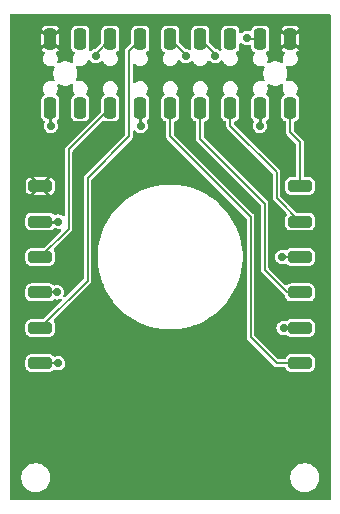
<source format=gbr>
%TF.GenerationSoftware,KiCad,Pcbnew,8.0.3*%
%TF.CreationDate,2024-07-14T16:13:23+03:00*%
%TF.ProjectId,TFT_Adapter,5446545f-4164-4617-9074-65722e6b6963,rev?*%
%TF.SameCoordinates,Original*%
%TF.FileFunction,Copper,L1,Top*%
%TF.FilePolarity,Positive*%
%FSLAX46Y46*%
G04 Gerber Fmt 4.6, Leading zero omitted, Abs format (unit mm)*
G04 Created by KiCad (PCBNEW 8.0.3) date 2024-07-14 16:13:23*
%MOMM*%
%LPD*%
G01*
G04 APERTURE LIST*
G04 Aperture macros list*
%AMRoundRect*
0 Rectangle with rounded corners*
0 $1 Rounding radius*
0 $2 $3 $4 $5 $6 $7 $8 $9 X,Y pos of 4 corners*
0 Add a 4 corners polygon primitive as box body*
4,1,4,$2,$3,$4,$5,$6,$7,$8,$9,$2,$3,0*
0 Add four circle primitives for the rounded corners*
1,1,$1+$1,$2,$3*
1,1,$1+$1,$4,$5*
1,1,$1+$1,$6,$7*
1,1,$1+$1,$8,$9*
0 Add four rect primitives between the rounded corners*
20,1,$1+$1,$2,$3,$4,$5,0*
20,1,$1+$1,$4,$5,$6,$7,0*
20,1,$1+$1,$6,$7,$8,$9,0*
20,1,$1+$1,$8,$9,$2,$3,0*%
G04 Aperture macros list end*
%TA.AperFunction,SMDPad,CuDef*%
%ADD10RoundRect,0.250000X-0.750000X-0.250000X0.750000X-0.250000X0.750000X0.250000X-0.750000X0.250000X0*%
%TD*%
%TA.AperFunction,SMDPad,CuDef*%
%ADD11RoundRect,0.255000X-0.255000X-0.635000X0.255000X-0.635000X0.255000X0.635000X-0.255000X0.635000X0*%
%TD*%
%TA.AperFunction,ViaPad*%
%ADD12C,0.700000*%
%TD*%
%TA.AperFunction,Conductor*%
%ADD13C,0.127000*%
%TD*%
%TA.AperFunction,Conductor*%
%ADD14C,0.254000*%
%TD*%
G04 APERTURE END LIST*
D10*
%TO.P,PAD12,1*%
%TO.N,/DC*%
X160000000Y-74000000D03*
%TD*%
%TO.P,PAD11,1*%
%TO.N,/D0*%
X160000000Y-77000000D03*
%TD*%
%TO.P,PAD10,1*%
%TO.N,/D1*%
X160000000Y-80000000D03*
%TD*%
%TO.P,PAD9,1*%
%TO.N,/D2*%
X160000000Y-83000000D03*
%TD*%
%TO.P,PAD8,1*%
%TO.N,/D3*%
X160000000Y-86000000D03*
%TD*%
%TO.P,PAD7,1*%
%TO.N,/D4*%
X160000000Y-89000000D03*
%TD*%
%TO.P,PAD6,1*%
%TO.N,/WRX*%
X138000000Y-89000000D03*
%TD*%
%TO.P,PAD5,1*%
%TO.N,/D5*%
X138000000Y-86000000D03*
%TD*%
%TO.P,PAD4,1*%
%TO.N,/D6*%
X138000000Y-83000000D03*
%TD*%
%TO.P,PAD3,1*%
%TO.N,/D7*%
X138000000Y-80000000D03*
%TD*%
%TO.P,PAD2,1*%
%TO.N,/VCC*%
X138000000Y-77000000D03*
%TD*%
%TO.P,PAD1,1*%
%TO.N,GND*%
X138000000Y-74000000D03*
%TD*%
D11*
%TO.P,J1,1,1*%
%TO.N,/VCC*%
X138840000Y-67382000D03*
%TO.P,J1,2,2*%
%TO.N,GND*%
X138840000Y-61562000D03*
%TO.P,J1,3,3*%
%TO.N,unconnected-(J1-Pad3)*%
X141380000Y-67382000D03*
%TO.P,J1,4,4*%
%TO.N,unconnected-(J1-Pad4)*%
X141380000Y-61562000D03*
%TO.P,J1,5,5*%
%TO.N,/D7*%
X143920000Y-67382000D03*
%TO.P,J1,6,6*%
%TO.N,/D6*%
X143920000Y-61562000D03*
%TO.P,J1,7,7*%
%TO.N,/VCC*%
X146460000Y-67382000D03*
%TO.P,J1,8,8*%
%TO.N,/D5*%
X146460000Y-61562000D03*
%TO.P,J1,9,9*%
%TO.N,/D4*%
X149000000Y-67382000D03*
%TO.P,J1,10,10*%
%TO.N,/D3*%
X149000000Y-61562000D03*
%TO.P,J1,11,11*%
%TO.N,/D2*%
X151540000Y-67382000D03*
%TO.P,J1,12,12*%
%TO.N,/D1*%
X151540000Y-61562000D03*
%TO.P,J1,13,13*%
%TO.N,/D0*%
X154080000Y-67382000D03*
%TO.P,J1,14,14*%
%TO.N,unconnected-(J1-Pad14)*%
X154080000Y-61562000D03*
%TO.P,J1,15,15*%
%TO.N,/VCC*%
X156620000Y-67382000D03*
%TO.P,J1,16,16*%
%TO.N,/WRX*%
X156620000Y-61562000D03*
%TO.P,J1,17,17*%
%TO.N,/DC*%
X159160000Y-67382000D03*
%TO.P,J1,18,18*%
%TO.N,GND*%
X159160000Y-61562000D03*
%TD*%
D12*
%TO.N,/WRX*%
X155500000Y-61459500D03*
X139500000Y-89000000D03*
%TO.N,GND*%
X142500000Y-71500000D03*
X138000000Y-78500000D03*
X138000000Y-81600000D03*
X138000000Y-84600000D03*
X138000000Y-87700000D03*
X160000000Y-87800000D03*
X160000000Y-84600000D03*
X160000000Y-75500000D03*
X160000000Y-78500000D03*
X160000000Y-81600000D03*
X161300000Y-61600000D03*
X161300000Y-71000000D03*
X158100000Y-71000000D03*
X150800000Y-69700000D03*
X154700000Y-71000000D03*
X147600000Y-72000000D03*
X146700000Y-72000000D03*
X145800000Y-72000000D03*
X138000000Y-75500000D03*
X138000000Y-72000000D03*
X140400000Y-69700000D03*
X143700000Y-70000000D03*
X137000000Y-61500000D03*
%TO.N,/D6*%
X142700000Y-63000000D03*
X139400000Y-83000000D03*
%TO.N,/D1*%
X152800000Y-63000000D03*
X158500000Y-80000000D03*
%TO.N,/D3*%
X150300000Y-63000000D03*
X158600000Y-86000000D03*
%TO.N,/VCC*%
X156600000Y-68900000D03*
X146500000Y-68900000D03*
X139500000Y-77000000D03*
X138900000Y-68900000D03*
%TD*%
D13*
%TO.N,/D6*%
X142700000Y-62782000D02*
X143920000Y-61562000D01*
X142700000Y-63000000D02*
X142700000Y-62782000D01*
%TO.N,/D3*%
X150300000Y-62862000D02*
X149000000Y-61562000D01*
X150300000Y-63000000D02*
X150300000Y-62862000D01*
%TO.N,/D1*%
X152800000Y-62822000D02*
X151540000Y-61562000D01*
X152800000Y-63000000D02*
X152800000Y-62822000D01*
%TO.N,/WRX*%
X155602500Y-61562000D02*
X156620000Y-61562000D01*
X155500000Y-61459500D02*
X155602500Y-61562000D01*
X138000000Y-89000000D02*
X139500000Y-89000000D01*
%TO.N,/D6*%
X138000000Y-83000000D02*
X139400000Y-83000000D01*
%TO.N,/D0*%
X154080000Y-68880000D02*
X158000000Y-72800000D01*
X154080000Y-67382000D02*
X154080000Y-68880000D01*
X158000000Y-75000000D02*
X158000000Y-72800000D01*
X160000000Y-77000000D02*
X158000000Y-75000000D01*
%TO.N,/D2*%
X157000000Y-75500000D02*
X151540000Y-70040000D01*
X157000000Y-81100000D02*
X157000000Y-75500000D01*
X158900000Y-83000000D02*
X157000000Y-81100000D01*
X151540000Y-70040000D02*
X151540000Y-67382000D01*
X160000000Y-83000000D02*
X158900000Y-83000000D01*
%TO.N,/D1*%
X160000000Y-80000000D02*
X158500000Y-80000000D01*
%TO.N,/D3*%
X160000000Y-86000000D02*
X158600000Y-86000000D01*
%TO.N,/D4*%
X155800000Y-76600000D02*
X149000000Y-69800000D01*
X155800000Y-86800000D02*
X155800000Y-76600000D01*
X158000000Y-89000000D02*
X155800000Y-86800000D01*
X160000000Y-89000000D02*
X158000000Y-89000000D01*
X149000000Y-69800000D02*
X149000000Y-67382000D01*
%TO.N,/DC*%
X159160000Y-69460000D02*
X159160000Y-67382000D01*
X160000000Y-70300000D02*
X159160000Y-69460000D01*
X160000000Y-74000000D02*
X160000000Y-70300000D01*
%TO.N,/D5*%
X145500000Y-69800000D02*
X145500000Y-62522000D01*
X145500000Y-62522000D02*
X146460000Y-61562000D01*
X142000000Y-73300000D02*
X145500000Y-69800000D01*
X142000000Y-82000000D02*
X142000000Y-73300000D01*
X138000000Y-86000000D02*
X142000000Y-82000000D01*
%TO.N,/D7*%
X140400000Y-70902000D02*
X140400000Y-71400000D01*
X143920000Y-67382000D02*
X140400000Y-70902000D01*
X140400000Y-71400000D02*
X140400000Y-71000000D01*
X140400000Y-72700000D02*
X140400000Y-71400000D01*
X140400000Y-77600000D02*
X140400000Y-72700000D01*
X138000000Y-80000000D02*
X140400000Y-77600000D01*
D14*
%TO.N,/VCC*%
X156620000Y-68880000D02*
X156600000Y-68900000D01*
X156620000Y-67382000D02*
X156620000Y-68880000D01*
X146460000Y-68860000D02*
X146500000Y-68900000D01*
X146460000Y-67382000D02*
X146460000Y-68860000D01*
X138840000Y-68840000D02*
X138900000Y-68900000D01*
X138840000Y-67382000D02*
X138840000Y-68840000D01*
X138000000Y-77000000D02*
X139500000Y-77000000D01*
%TD*%
%TA.AperFunction,Conductor*%
%TO.N,GND*%
G36*
X162541621Y-59420502D02*
G01*
X162588114Y-59474158D01*
X162599500Y-59526500D01*
X162599500Y-100473500D01*
X162579498Y-100541621D01*
X162525842Y-100588114D01*
X162473500Y-100599500D01*
X135526500Y-100599500D01*
X135458379Y-100579498D01*
X135411886Y-100525842D01*
X135400500Y-100473500D01*
X135400500Y-98593394D01*
X136382500Y-98593394D01*
X136382500Y-98786606D01*
X136412725Y-98977440D01*
X136412726Y-98977445D01*
X136472429Y-99161192D01*
X136472431Y-99161197D01*
X136472432Y-99161198D01*
X136560149Y-99333351D01*
X136673715Y-99489664D01*
X136810335Y-99626284D01*
X136881156Y-99677737D01*
X136966650Y-99739852D01*
X137138803Y-99827569D01*
X137322560Y-99887275D01*
X137513394Y-99917500D01*
X137513397Y-99917500D01*
X137706603Y-99917500D01*
X137706606Y-99917500D01*
X137897440Y-99887275D01*
X138081197Y-99827569D01*
X138253350Y-99739852D01*
X138409663Y-99626285D01*
X138546285Y-99489663D01*
X138659852Y-99333350D01*
X138747569Y-99161197D01*
X138807275Y-98977440D01*
X138837500Y-98786606D01*
X138837500Y-98593394D01*
X159162500Y-98593394D01*
X159162500Y-98786606D01*
X159192725Y-98977440D01*
X159192726Y-98977445D01*
X159252429Y-99161192D01*
X159252431Y-99161197D01*
X159252432Y-99161198D01*
X159340149Y-99333351D01*
X159453715Y-99489664D01*
X159590335Y-99626284D01*
X159661156Y-99677737D01*
X159746650Y-99739852D01*
X159918803Y-99827569D01*
X160102560Y-99887275D01*
X160293394Y-99917500D01*
X160293397Y-99917500D01*
X160486603Y-99917500D01*
X160486606Y-99917500D01*
X160677440Y-99887275D01*
X160861197Y-99827569D01*
X161033350Y-99739852D01*
X161189663Y-99626285D01*
X161326285Y-99489663D01*
X161439852Y-99333350D01*
X161527569Y-99161197D01*
X161587275Y-98977440D01*
X161617500Y-98786606D01*
X161617500Y-98593394D01*
X161587275Y-98402560D01*
X161527569Y-98218803D01*
X161439852Y-98046650D01*
X161326285Y-97890337D01*
X161326284Y-97890335D01*
X161189664Y-97753715D01*
X161033351Y-97640149D01*
X161033352Y-97640149D01*
X161033350Y-97640148D01*
X160861197Y-97552431D01*
X160861194Y-97552430D01*
X160861192Y-97552429D01*
X160677445Y-97492726D01*
X160677441Y-97492725D01*
X160677440Y-97492725D01*
X160486606Y-97462500D01*
X160293394Y-97462500D01*
X160102560Y-97492725D01*
X160102554Y-97492726D01*
X159918807Y-97552429D01*
X159918801Y-97552432D01*
X159746648Y-97640149D01*
X159590335Y-97753715D01*
X159453715Y-97890335D01*
X159340149Y-98046648D01*
X159252432Y-98218801D01*
X159252429Y-98218807D01*
X159192726Y-98402554D01*
X159192725Y-98402559D01*
X159192725Y-98402560D01*
X159162500Y-98593394D01*
X138837500Y-98593394D01*
X138807275Y-98402560D01*
X138747569Y-98218803D01*
X138659852Y-98046650D01*
X138546285Y-97890337D01*
X138546284Y-97890335D01*
X138409664Y-97753715D01*
X138253351Y-97640149D01*
X138253352Y-97640149D01*
X138253350Y-97640148D01*
X138081197Y-97552431D01*
X138081194Y-97552430D01*
X138081192Y-97552429D01*
X137897445Y-97492726D01*
X137897441Y-97492725D01*
X137897440Y-97492725D01*
X137706606Y-97462500D01*
X137513394Y-97462500D01*
X137322560Y-97492725D01*
X137322554Y-97492726D01*
X137138807Y-97552429D01*
X137138801Y-97552432D01*
X136966648Y-97640149D01*
X136810335Y-97753715D01*
X136673715Y-97890335D01*
X136560149Y-98046648D01*
X136472432Y-98218801D01*
X136472429Y-98218807D01*
X136412726Y-98402554D01*
X136412725Y-98402559D01*
X136412725Y-98402560D01*
X136382500Y-98593394D01*
X135400500Y-98593394D01*
X135400500Y-88701737D01*
X136745500Y-88701737D01*
X136745500Y-89298246D01*
X136745502Y-89298270D01*
X136751959Y-89358339D01*
X136751959Y-89358341D01*
X136802657Y-89494266D01*
X136802658Y-89494267D01*
X136889596Y-89610404D01*
X137005733Y-89697342D01*
X137141658Y-89748040D01*
X137201745Y-89754500D01*
X138798254Y-89754499D01*
X138858342Y-89748040D01*
X138994267Y-89697342D01*
X139110404Y-89610404D01*
X139118870Y-89599093D01*
X139175703Y-89556546D01*
X139246518Y-89551478D01*
X139267957Y-89558191D01*
X139302191Y-89572370D01*
X139342194Y-89588940D01*
X139500000Y-89609716D01*
X139657806Y-89588940D01*
X139750536Y-89550530D01*
X139804857Y-89528031D01*
X139931134Y-89431134D01*
X140028031Y-89304857D01*
X140050530Y-89250536D01*
X140088940Y-89157806D01*
X140109716Y-89000000D01*
X140088940Y-88842194D01*
X140066439Y-88787872D01*
X140028031Y-88695142D01*
X139931134Y-88568865D01*
X139804857Y-88471968D01*
X139657806Y-88411060D01*
X139500000Y-88390284D01*
X139342193Y-88411060D01*
X139267958Y-88441809D01*
X139197369Y-88449398D01*
X139133882Y-88417618D01*
X139118876Y-88400914D01*
X139110404Y-88389596D01*
X139110402Y-88389595D01*
X139110402Y-88389594D01*
X139052004Y-88345878D01*
X138994267Y-88302658D01*
X138994265Y-88302657D01*
X138994266Y-88302657D01*
X138858349Y-88251962D01*
X138858344Y-88251960D01*
X138858342Y-88251960D01*
X138828298Y-88248730D01*
X138798256Y-88245500D01*
X137201753Y-88245500D01*
X137201729Y-88245502D01*
X137141660Y-88251959D01*
X137141658Y-88251959D01*
X137005733Y-88302657D01*
X136889596Y-88389596D01*
X136802657Y-88505734D01*
X136751962Y-88641650D01*
X136751960Y-88641658D01*
X136745500Y-88701737D01*
X135400500Y-88701737D01*
X135400500Y-82701737D01*
X136745500Y-82701737D01*
X136745500Y-83298246D01*
X136745502Y-83298270D01*
X136751959Y-83358339D01*
X136751959Y-83358341D01*
X136802657Y-83494266D01*
X136802658Y-83494267D01*
X136889596Y-83610404D01*
X137005733Y-83697342D01*
X137141658Y-83748040D01*
X137201745Y-83754500D01*
X138798254Y-83754499D01*
X138858342Y-83748040D01*
X138994267Y-83697342D01*
X139110404Y-83610404D01*
X139110404Y-83610403D01*
X139117619Y-83605003D01*
X139119792Y-83607906D01*
X139166862Y-83582154D01*
X139234188Y-83586914D01*
X139234218Y-83586803D01*
X139234796Y-83586957D01*
X139237682Y-83587162D01*
X139241938Y-83588834D01*
X139242194Y-83588940D01*
X139400000Y-83609716D01*
X139557806Y-83588940D01*
X139661455Y-83546008D01*
X139732045Y-83538419D01*
X139795531Y-83570199D01*
X139831758Y-83631257D01*
X139829224Y-83702209D01*
X139798767Y-83751512D01*
X138341683Y-85208595D01*
X138279371Y-85242621D01*
X138252588Y-85245500D01*
X137201753Y-85245500D01*
X137201729Y-85245502D01*
X137141660Y-85251959D01*
X137141658Y-85251959D01*
X137005733Y-85302657D01*
X136889596Y-85389596D01*
X136802657Y-85505734D01*
X136751962Y-85641650D01*
X136751960Y-85641658D01*
X136745500Y-85701737D01*
X136745500Y-86298246D01*
X136745502Y-86298270D01*
X136751959Y-86358339D01*
X136751959Y-86358341D01*
X136802657Y-86494266D01*
X136802658Y-86494267D01*
X136889596Y-86610404D01*
X137005733Y-86697342D01*
X137141658Y-86748040D01*
X137201745Y-86754500D01*
X138798254Y-86754499D01*
X138858342Y-86748040D01*
X138994267Y-86697342D01*
X139110404Y-86610404D01*
X139197342Y-86494267D01*
X139248040Y-86358342D01*
X139254500Y-86298255D01*
X139254499Y-85701746D01*
X139248040Y-85641658D01*
X139197342Y-85505733D01*
X139154304Y-85448241D01*
X139129495Y-85381722D01*
X139144587Y-85312348D01*
X139166075Y-85283643D01*
X142254463Y-82195257D01*
X142296328Y-82122744D01*
X142296329Y-82122743D01*
X142318000Y-82041865D01*
X142318000Y-79759250D01*
X142872500Y-79759250D01*
X142872500Y-80240750D01*
X142908434Y-80697342D01*
X142910279Y-80720775D01*
X142985599Y-81196328D01*
X142985599Y-81196329D01*
X142985600Y-81196336D01*
X142985601Y-81196338D01*
X143009349Y-81295256D01*
X143098007Y-81664544D01*
X143246794Y-82122464D01*
X143366335Y-82411059D01*
X143431059Y-82567317D01*
X143499550Y-82701737D01*
X143571115Y-82842193D01*
X143649656Y-82996337D01*
X143901239Y-83406883D01*
X144033441Y-83588843D01*
X144153795Y-83754497D01*
X144184258Y-83796425D01*
X144496967Y-84162561D01*
X144496976Y-84162570D01*
X144496988Y-84162583D01*
X144837416Y-84503011D01*
X144837428Y-84503022D01*
X144837439Y-84503033D01*
X145203575Y-84815742D01*
X145593117Y-85098761D01*
X146003663Y-85350344D01*
X146432683Y-85568941D01*
X146724887Y-85689975D01*
X146877535Y-85753205D01*
X147335455Y-85901992D01*
X147335457Y-85901992D01*
X147335465Y-85901995D01*
X147803662Y-86014399D01*
X148279234Y-86089722D01*
X148759250Y-86127500D01*
X148759252Y-86127500D01*
X149240748Y-86127500D01*
X149240750Y-86127500D01*
X149720766Y-86089722D01*
X150196338Y-86014399D01*
X150664535Y-85901995D01*
X150741404Y-85877018D01*
X151122464Y-85753205D01*
X151122469Y-85753203D01*
X151567317Y-85568941D01*
X151996337Y-85350344D01*
X152406883Y-85098761D01*
X152796425Y-84815742D01*
X153162561Y-84503033D01*
X153503033Y-84162561D01*
X153815742Y-83796425D01*
X154098761Y-83406883D01*
X154350344Y-82996337D01*
X154568941Y-82567317D01*
X154753203Y-82122469D01*
X154901995Y-81664535D01*
X155014399Y-81196338D01*
X155089722Y-80720766D01*
X155127500Y-80240750D01*
X155127500Y-79759250D01*
X155089722Y-79279234D01*
X155014399Y-78803662D01*
X154901995Y-78335465D01*
X154901992Y-78335455D01*
X154753205Y-77877535D01*
X154634671Y-77591369D01*
X154568941Y-77432683D01*
X154350344Y-77003663D01*
X154098761Y-76593117D01*
X153815742Y-76203575D01*
X153503033Y-75837439D01*
X153503022Y-75837428D01*
X153503011Y-75837416D01*
X153162583Y-75496988D01*
X153162570Y-75496976D01*
X153162561Y-75496967D01*
X153117094Y-75458135D01*
X152796424Y-75184257D01*
X152600435Y-75041863D01*
X152406883Y-74901239D01*
X151996337Y-74649656D01*
X151996336Y-74649655D01*
X151996332Y-74649653D01*
X151691367Y-74494266D01*
X151567317Y-74431059D01*
X151535698Y-74417961D01*
X151122464Y-74246794D01*
X150664544Y-74098007D01*
X150256310Y-73999999D01*
X150196338Y-73985601D01*
X150196336Y-73985600D01*
X150196329Y-73985599D01*
X149720775Y-73910279D01*
X149720769Y-73910278D01*
X149720766Y-73910278D01*
X149240750Y-73872500D01*
X148759250Y-73872500D01*
X148279234Y-73910278D01*
X148279231Y-73910278D01*
X148279224Y-73910279D01*
X147803671Y-73985599D01*
X147803670Y-73985599D01*
X147335455Y-74098007D01*
X146877535Y-74246794D01*
X146432687Y-74431057D01*
X146003667Y-74649653D01*
X145593121Y-74901236D01*
X145203575Y-75184257D01*
X144837454Y-75496953D01*
X144837416Y-75496988D01*
X144496988Y-75837416D01*
X144496953Y-75837454D01*
X144184257Y-76203575D01*
X143901236Y-76593121D01*
X143649653Y-77003667D01*
X143431057Y-77432687D01*
X143246794Y-77877535D01*
X143098007Y-78335455D01*
X142985599Y-78803670D01*
X142985599Y-78803671D01*
X142910279Y-79279224D01*
X142910278Y-79279231D01*
X142910278Y-79279234D01*
X142872500Y-79759250D01*
X142318000Y-79759250D01*
X142318000Y-73483910D01*
X142338002Y-73415789D01*
X142354905Y-73394815D01*
X145754457Y-69995263D01*
X145754463Y-69995257D01*
X145796328Y-69922744D01*
X145796329Y-69922743D01*
X145818000Y-69841865D01*
X145818000Y-69375383D01*
X145838002Y-69307262D01*
X145891658Y-69260769D01*
X145961932Y-69250665D01*
X146026512Y-69280159D01*
X146043958Y-69298674D01*
X146068866Y-69331134D01*
X146068868Y-69331136D01*
X146195142Y-69428031D01*
X146287872Y-69466439D01*
X146342194Y-69488940D01*
X146500000Y-69509716D01*
X146657806Y-69488940D01*
X146750536Y-69450530D01*
X146804857Y-69428031D01*
X146931134Y-69331134D01*
X147028031Y-69204857D01*
X147050530Y-69150536D01*
X147088940Y-69057806D01*
X147109716Y-68900000D01*
X147088940Y-68742194D01*
X147040303Y-68624771D01*
X147028032Y-68595145D01*
X147028028Y-68595140D01*
X147019858Y-68584492D01*
X146994259Y-68518274D01*
X147008524Y-68448725D01*
X147044310Y-68406924D01*
X147078975Y-68380975D01*
X147166776Y-68263688D01*
X147217976Y-68126416D01*
X147224500Y-68065732D01*
X147224500Y-66698268D01*
X147224499Y-66698256D01*
X148235500Y-66698256D01*
X148235500Y-68065743D01*
X148242022Y-68126410D01*
X148242023Y-68126411D01*
X148242024Y-68126416D01*
X148293224Y-68263688D01*
X148381025Y-68380975D01*
X148498312Y-68468776D01*
X148600033Y-68506716D01*
X148656868Y-68549262D01*
X148681679Y-68615782D01*
X148682000Y-68624771D01*
X148682000Y-69758135D01*
X148682000Y-69841865D01*
X148703671Y-69922744D01*
X148703672Y-69922746D01*
X148703673Y-69922748D01*
X148745535Y-69995256D01*
X148745537Y-69995258D01*
X155445095Y-76694815D01*
X155479121Y-76757127D01*
X155482000Y-76783910D01*
X155482000Y-86758135D01*
X155482000Y-86841865D01*
X155503671Y-86922744D01*
X155503672Y-86922746D01*
X155503673Y-86922748D01*
X155545535Y-86995256D01*
X157804743Y-89254464D01*
X157869877Y-89292068D01*
X157877256Y-89296329D01*
X157958135Y-89318000D01*
X158649430Y-89318000D01*
X158717551Y-89338002D01*
X158764044Y-89391658D01*
X158767485Y-89399967D01*
X158779110Y-89431134D01*
X158802658Y-89494267D01*
X158889596Y-89610404D01*
X159005733Y-89697342D01*
X159141658Y-89748040D01*
X159201745Y-89754500D01*
X160798254Y-89754499D01*
X160858342Y-89748040D01*
X160994267Y-89697342D01*
X161110404Y-89610404D01*
X161197342Y-89494267D01*
X161248040Y-89358342D01*
X161254500Y-89298255D01*
X161254499Y-88701746D01*
X161248040Y-88641658D01*
X161197342Y-88505733D01*
X161110404Y-88389596D01*
X160994267Y-88302658D01*
X160994265Y-88302657D01*
X160994266Y-88302657D01*
X160858349Y-88251962D01*
X160858344Y-88251960D01*
X160858342Y-88251960D01*
X160828298Y-88248730D01*
X160798256Y-88245500D01*
X159201753Y-88245500D01*
X159201729Y-88245502D01*
X159141660Y-88251959D01*
X159141658Y-88251959D01*
X159005733Y-88302657D01*
X158889596Y-88389596D01*
X158802657Y-88505734D01*
X158767485Y-88600033D01*
X158724938Y-88656869D01*
X158658418Y-88681679D01*
X158649430Y-88682000D01*
X158183910Y-88682000D01*
X158115789Y-88661998D01*
X158094815Y-88645095D01*
X156154905Y-86705185D01*
X156120879Y-86642873D01*
X156118000Y-86616090D01*
X156118000Y-86000000D01*
X157990284Y-86000000D01*
X158011060Y-86157806D01*
X158071968Y-86304857D01*
X158168865Y-86431134D01*
X158295142Y-86528031D01*
X158387872Y-86566439D01*
X158442194Y-86588940D01*
X158600000Y-86609716D01*
X158757806Y-86588940D01*
X158758028Y-86588847D01*
X158758230Y-86588826D01*
X158765785Y-86586802D01*
X158766100Y-86587979D01*
X158828616Y-86581253D01*
X158880661Y-86607300D01*
X158882381Y-86605003D01*
X158889595Y-86610403D01*
X158889596Y-86610404D01*
X159005733Y-86697342D01*
X159141658Y-86748040D01*
X159201745Y-86754500D01*
X160798254Y-86754499D01*
X160858342Y-86748040D01*
X160994267Y-86697342D01*
X161110404Y-86610404D01*
X161197342Y-86494267D01*
X161248040Y-86358342D01*
X161254500Y-86298255D01*
X161254499Y-85701746D01*
X161248040Y-85641658D01*
X161197342Y-85505733D01*
X161110404Y-85389596D01*
X160994267Y-85302658D01*
X160994265Y-85302657D01*
X160994266Y-85302657D01*
X160858349Y-85251962D01*
X160858344Y-85251960D01*
X160858342Y-85251960D01*
X160828298Y-85248730D01*
X160798256Y-85245500D01*
X159201753Y-85245500D01*
X159201729Y-85245502D01*
X159141660Y-85251959D01*
X159141658Y-85251959D01*
X159005733Y-85302657D01*
X158882381Y-85394997D01*
X158880224Y-85392116D01*
X158832938Y-85417888D01*
X158765825Y-85413033D01*
X158765782Y-85413197D01*
X158764930Y-85412968D01*
X158762126Y-85412766D01*
X158758045Y-85411159D01*
X158757806Y-85411060D01*
X158600000Y-85390284D01*
X158442193Y-85411060D01*
X158295142Y-85471968D01*
X158168865Y-85568865D01*
X158071968Y-85695142D01*
X158011060Y-85842193D01*
X157990284Y-86000000D01*
X156118000Y-86000000D01*
X156118000Y-76558136D01*
X156097925Y-76483215D01*
X156096329Y-76477257D01*
X156068541Y-76429126D01*
X156054465Y-76404746D01*
X156054461Y-76404741D01*
X156039314Y-76389594D01*
X155995257Y-76345537D01*
X149354904Y-69705184D01*
X149320879Y-69642873D01*
X149318000Y-69616090D01*
X149318000Y-68624771D01*
X149338002Y-68556650D01*
X149391658Y-68510157D01*
X149399950Y-68506722D01*
X149501688Y-68468776D01*
X149618975Y-68380975D01*
X149706776Y-68263688D01*
X149757976Y-68126416D01*
X149764500Y-68065732D01*
X149764500Y-66698268D01*
X149764499Y-66698256D01*
X150775500Y-66698256D01*
X150775500Y-68065743D01*
X150782022Y-68126410D01*
X150782023Y-68126411D01*
X150782024Y-68126416D01*
X150833224Y-68263688D01*
X150921025Y-68380975D01*
X151038312Y-68468776D01*
X151140033Y-68506716D01*
X151196868Y-68549262D01*
X151221679Y-68615782D01*
X151222000Y-68624771D01*
X151222000Y-69998135D01*
X151222000Y-70081865D01*
X151243671Y-70162744D01*
X151243672Y-70162746D01*
X151243673Y-70162748D01*
X151285535Y-70235256D01*
X151285537Y-70235258D01*
X156645095Y-75594815D01*
X156679121Y-75657127D01*
X156682000Y-75683910D01*
X156682000Y-81058135D01*
X156682000Y-81141865D01*
X156703671Y-81222744D01*
X156703672Y-81222746D01*
X156703673Y-81222748D01*
X156745535Y-81295256D01*
X158710582Y-83260303D01*
X158708778Y-83262106D01*
X158743095Y-83309106D01*
X158749800Y-83338256D01*
X158751959Y-83358341D01*
X158802657Y-83494266D01*
X158802658Y-83494267D01*
X158889596Y-83610404D01*
X159005733Y-83697342D01*
X159141658Y-83748040D01*
X159201745Y-83754500D01*
X160798254Y-83754499D01*
X160858342Y-83748040D01*
X160994267Y-83697342D01*
X161110404Y-83610404D01*
X161197342Y-83494267D01*
X161248040Y-83358342D01*
X161254500Y-83298255D01*
X161254499Y-82701746D01*
X161248040Y-82641658D01*
X161197342Y-82505733D01*
X161110404Y-82389596D01*
X160994267Y-82302658D01*
X160994265Y-82302657D01*
X160994266Y-82302657D01*
X160858349Y-82251962D01*
X160858344Y-82251960D01*
X160858342Y-82251960D01*
X160828298Y-82248730D01*
X160798256Y-82245500D01*
X159201753Y-82245500D01*
X159201729Y-82245502D01*
X159141660Y-82251959D01*
X159141658Y-82251959D01*
X159005733Y-82302657D01*
X158891053Y-82388504D01*
X158824532Y-82413314D01*
X158755158Y-82398222D01*
X158726450Y-82376730D01*
X157354905Y-81005185D01*
X157320879Y-80942873D01*
X157318000Y-80916090D01*
X157318000Y-80000000D01*
X157890284Y-80000000D01*
X157911060Y-80157806D01*
X157971968Y-80304857D01*
X158068865Y-80431134D01*
X158195142Y-80528031D01*
X158267958Y-80558191D01*
X158342194Y-80588940D01*
X158500000Y-80609716D01*
X158657806Y-80588940D01*
X158732042Y-80558190D01*
X158802630Y-80550602D01*
X158866117Y-80582381D01*
X158881124Y-80599088D01*
X158889080Y-80609715D01*
X158889596Y-80610404D01*
X159005733Y-80697342D01*
X159141658Y-80748040D01*
X159201745Y-80754500D01*
X160798254Y-80754499D01*
X160858342Y-80748040D01*
X160994267Y-80697342D01*
X161110404Y-80610404D01*
X161197342Y-80494267D01*
X161248040Y-80358342D01*
X161254500Y-80298255D01*
X161254499Y-79701746D01*
X161248040Y-79641658D01*
X161197342Y-79505733D01*
X161110404Y-79389596D01*
X160994267Y-79302658D01*
X160994265Y-79302657D01*
X160994266Y-79302657D01*
X160858349Y-79251962D01*
X160858344Y-79251960D01*
X160858342Y-79251960D01*
X160828298Y-79248730D01*
X160798256Y-79245500D01*
X159201753Y-79245500D01*
X159201729Y-79245502D01*
X159141660Y-79251959D01*
X159141658Y-79251959D01*
X159005733Y-79302657D01*
X158889595Y-79389596D01*
X158881125Y-79400911D01*
X158824288Y-79443456D01*
X158753472Y-79448519D01*
X158732043Y-79441809D01*
X158657804Y-79411059D01*
X158500000Y-79390284D01*
X158342193Y-79411060D01*
X158195142Y-79471968D01*
X158068865Y-79568865D01*
X157971968Y-79695142D01*
X157911060Y-79842193D01*
X157890284Y-80000000D01*
X157318000Y-80000000D01*
X157318000Y-75458136D01*
X157318000Y-75458135D01*
X157296329Y-75377257D01*
X157296329Y-75377256D01*
X157296329Y-75377255D01*
X157254464Y-75304744D01*
X157254462Y-75304741D01*
X151894905Y-69945184D01*
X151860879Y-69882872D01*
X151858000Y-69856089D01*
X151858000Y-68624771D01*
X151878002Y-68556650D01*
X151931658Y-68510157D01*
X151939950Y-68506722D01*
X152041688Y-68468776D01*
X152158975Y-68380975D01*
X152246776Y-68263688D01*
X152297976Y-68126416D01*
X152304500Y-68065732D01*
X152304500Y-66698268D01*
X152304499Y-66698256D01*
X153315500Y-66698256D01*
X153315500Y-68065743D01*
X153322022Y-68126410D01*
X153322023Y-68126411D01*
X153322024Y-68126416D01*
X153373224Y-68263688D01*
X153461025Y-68380975D01*
X153578312Y-68468776D01*
X153680033Y-68506716D01*
X153736868Y-68549262D01*
X153761679Y-68615782D01*
X153762000Y-68624771D01*
X153762000Y-68838135D01*
X153762000Y-68921865D01*
X153783671Y-69002744D01*
X153783672Y-69002746D01*
X153783673Y-69002748D01*
X153825535Y-69075256D01*
X153825537Y-69075258D01*
X157645095Y-72894815D01*
X157679121Y-72957127D01*
X157682000Y-72983910D01*
X157682000Y-74958135D01*
X157682000Y-75041865D01*
X157703671Y-75122744D01*
X157703672Y-75122746D01*
X157703673Y-75122748D01*
X157745535Y-75195256D01*
X157745537Y-75195258D01*
X158833920Y-76283640D01*
X158867945Y-76345952D01*
X158862881Y-76416767D01*
X158845694Y-76448243D01*
X158802657Y-76505734D01*
X158751962Y-76641650D01*
X158751960Y-76641658D01*
X158745500Y-76701737D01*
X158745500Y-77298246D01*
X158745502Y-77298270D01*
X158751959Y-77358339D01*
X158751959Y-77358341D01*
X158802657Y-77494266D01*
X158802658Y-77494267D01*
X158889596Y-77610404D01*
X159005733Y-77697342D01*
X159141658Y-77748040D01*
X159201745Y-77754500D01*
X160798254Y-77754499D01*
X160858342Y-77748040D01*
X160994267Y-77697342D01*
X161110404Y-77610404D01*
X161197342Y-77494267D01*
X161248040Y-77358342D01*
X161254500Y-77298255D01*
X161254499Y-76701746D01*
X161248040Y-76641658D01*
X161197342Y-76505733D01*
X161110404Y-76389596D01*
X160994267Y-76302658D01*
X160994265Y-76302657D01*
X160994266Y-76302657D01*
X160858349Y-76251962D01*
X160858344Y-76251960D01*
X160858342Y-76251960D01*
X160850831Y-76251152D01*
X160798262Y-76245500D01*
X160798255Y-76245500D01*
X159747410Y-76245500D01*
X159679289Y-76225498D01*
X159658315Y-76208595D01*
X158354905Y-74905185D01*
X158320879Y-74842873D01*
X158318000Y-74816090D01*
X158318000Y-72758136D01*
X158318000Y-72758135D01*
X158296329Y-72677257D01*
X158296329Y-72677256D01*
X158296329Y-72677255D01*
X158254464Y-72604744D01*
X158254462Y-72604741D01*
X154434905Y-68785184D01*
X154400879Y-68722872D01*
X154398000Y-68696089D01*
X154398000Y-68624771D01*
X154418002Y-68556650D01*
X154471658Y-68510157D01*
X154479950Y-68506722D01*
X154581688Y-68468776D01*
X154698975Y-68380975D01*
X154786776Y-68263688D01*
X154837976Y-68126416D01*
X154844500Y-68065732D01*
X154844500Y-66698268D01*
X154837976Y-66637584D01*
X154786776Y-66500312D01*
X154698975Y-66383025D01*
X154607549Y-66314583D01*
X154565005Y-66257750D01*
X154559941Y-66186934D01*
X154578297Y-66143716D01*
X154644946Y-66043970D01*
X154693002Y-65927952D01*
X154717500Y-65804788D01*
X154717500Y-65679212D01*
X154717499Y-65679210D01*
X154717499Y-65679204D01*
X154693003Y-65556052D01*
X154693002Y-65556049D01*
X154693002Y-65556048D01*
X154644946Y-65440030D01*
X154575179Y-65335617D01*
X154575174Y-65335611D01*
X154486388Y-65246825D01*
X154486382Y-65246820D01*
X154397208Y-65187236D01*
X154381970Y-65177054D01*
X154265952Y-65128998D01*
X154265950Y-65128997D01*
X154265947Y-65128996D01*
X154142795Y-65104500D01*
X154142788Y-65104500D01*
X154017212Y-65104500D01*
X154017204Y-65104500D01*
X153894052Y-65128996D01*
X153894049Y-65128997D01*
X153778030Y-65177054D01*
X153673617Y-65246820D01*
X153673611Y-65246825D01*
X153584825Y-65335611D01*
X153584820Y-65335617D01*
X153515054Y-65440030D01*
X153466997Y-65556049D01*
X153466996Y-65556052D01*
X153442500Y-65679204D01*
X153442500Y-65804795D01*
X153466996Y-65927947D01*
X153466997Y-65927950D01*
X153466998Y-65927952D01*
X153515054Y-66043970D01*
X153515055Y-66043971D01*
X153581703Y-66143716D01*
X153602918Y-66211468D01*
X153584135Y-66279935D01*
X153552448Y-66314585D01*
X153461027Y-66383023D01*
X153461026Y-66383024D01*
X153461025Y-66383025D01*
X153373224Y-66500312D01*
X153322023Y-66637588D01*
X153322022Y-66637589D01*
X153315500Y-66698256D01*
X152304499Y-66698256D01*
X152297976Y-66637584D01*
X152246776Y-66500312D01*
X152158975Y-66383025D01*
X152067549Y-66314583D01*
X152025005Y-66257750D01*
X152019941Y-66186934D01*
X152038297Y-66143716D01*
X152104946Y-66043970D01*
X152153002Y-65927952D01*
X152177500Y-65804788D01*
X152177500Y-65679212D01*
X152177499Y-65679210D01*
X152177499Y-65679204D01*
X152153003Y-65556052D01*
X152153002Y-65556049D01*
X152153002Y-65556048D01*
X152104946Y-65440030D01*
X152035179Y-65335617D01*
X152035174Y-65335611D01*
X151946388Y-65246825D01*
X151946382Y-65246820D01*
X151857208Y-65187236D01*
X151841970Y-65177054D01*
X151725952Y-65128998D01*
X151725950Y-65128997D01*
X151725947Y-65128996D01*
X151602795Y-65104500D01*
X151602788Y-65104500D01*
X151477212Y-65104500D01*
X151477204Y-65104500D01*
X151354052Y-65128996D01*
X151354049Y-65128997D01*
X151238030Y-65177054D01*
X151133617Y-65246820D01*
X151133611Y-65246825D01*
X151044825Y-65335611D01*
X151044820Y-65335617D01*
X150975054Y-65440030D01*
X150926997Y-65556049D01*
X150926996Y-65556052D01*
X150902500Y-65679204D01*
X150902500Y-65804795D01*
X150926996Y-65927947D01*
X150926997Y-65927950D01*
X150926998Y-65927952D01*
X150975054Y-66043970D01*
X150975055Y-66043971D01*
X151041703Y-66143716D01*
X151062918Y-66211468D01*
X151044135Y-66279935D01*
X151012448Y-66314585D01*
X150921027Y-66383023D01*
X150921026Y-66383024D01*
X150921025Y-66383025D01*
X150833224Y-66500312D01*
X150782023Y-66637588D01*
X150782022Y-66637589D01*
X150775500Y-66698256D01*
X149764499Y-66698256D01*
X149757976Y-66637584D01*
X149706776Y-66500312D01*
X149618975Y-66383025D01*
X149527549Y-66314583D01*
X149485005Y-66257750D01*
X149479941Y-66186934D01*
X149498297Y-66143716D01*
X149564946Y-66043970D01*
X149613002Y-65927952D01*
X149637500Y-65804788D01*
X149637500Y-65679212D01*
X149637499Y-65679210D01*
X149637499Y-65679204D01*
X149613003Y-65556052D01*
X149613002Y-65556049D01*
X149613002Y-65556048D01*
X149564946Y-65440030D01*
X149495179Y-65335617D01*
X149495174Y-65335611D01*
X149406388Y-65246825D01*
X149406382Y-65246820D01*
X149317208Y-65187236D01*
X149301970Y-65177054D01*
X149185952Y-65128998D01*
X149185950Y-65128997D01*
X149185947Y-65128996D01*
X149062795Y-65104500D01*
X149062788Y-65104500D01*
X148937212Y-65104500D01*
X148937204Y-65104500D01*
X148814052Y-65128996D01*
X148814049Y-65128997D01*
X148698030Y-65177054D01*
X148593617Y-65246820D01*
X148593611Y-65246825D01*
X148504825Y-65335611D01*
X148504820Y-65335617D01*
X148435054Y-65440030D01*
X148386997Y-65556049D01*
X148386996Y-65556052D01*
X148362500Y-65679204D01*
X148362500Y-65804795D01*
X148386996Y-65927947D01*
X148386997Y-65927950D01*
X148386998Y-65927952D01*
X148435054Y-66043970D01*
X148435055Y-66043971D01*
X148501703Y-66143716D01*
X148522918Y-66211468D01*
X148504135Y-66279935D01*
X148472448Y-66314585D01*
X148381027Y-66383023D01*
X148381026Y-66383024D01*
X148381025Y-66383025D01*
X148293224Y-66500312D01*
X148242023Y-66637588D01*
X148242022Y-66637589D01*
X148235500Y-66698256D01*
X147224499Y-66698256D01*
X147217976Y-66637584D01*
X147166776Y-66500312D01*
X147078975Y-66383025D01*
X146987549Y-66314583D01*
X146945005Y-66257750D01*
X146939941Y-66186934D01*
X146958297Y-66143716D01*
X147024946Y-66043970D01*
X147073002Y-65927952D01*
X147097500Y-65804788D01*
X147097500Y-65679212D01*
X147097499Y-65679210D01*
X147097499Y-65679204D01*
X147073003Y-65556052D01*
X147073002Y-65556049D01*
X147073002Y-65556048D01*
X147024946Y-65440030D01*
X146955179Y-65335617D01*
X146955174Y-65335611D01*
X146866388Y-65246825D01*
X146866382Y-65246820D01*
X146777208Y-65187236D01*
X146761970Y-65177054D01*
X146645952Y-65128998D01*
X146645950Y-65128997D01*
X146645947Y-65128996D01*
X146522795Y-65104500D01*
X146522788Y-65104500D01*
X146397212Y-65104500D01*
X146397204Y-65104500D01*
X146274052Y-65128996D01*
X146274049Y-65128997D01*
X146158030Y-65177054D01*
X146053617Y-65246820D01*
X146053611Y-65246825D01*
X146033095Y-65267342D01*
X145970783Y-65301368D01*
X145899968Y-65296303D01*
X145843132Y-65253756D01*
X145818321Y-65187236D01*
X145818000Y-65178247D01*
X145818000Y-63765753D01*
X145838002Y-63697632D01*
X145891658Y-63651139D01*
X145961932Y-63641035D01*
X146026512Y-63670529D01*
X146033095Y-63676658D01*
X146053611Y-63697174D01*
X146053617Y-63697179D01*
X146158030Y-63766946D01*
X146274048Y-63815002D01*
X146274050Y-63815002D01*
X146274052Y-63815003D01*
X146397204Y-63839499D01*
X146397210Y-63839499D01*
X146397212Y-63839500D01*
X146397213Y-63839500D01*
X146522787Y-63839500D01*
X146522788Y-63839500D01*
X146522789Y-63839499D01*
X146522795Y-63839499D01*
X146645947Y-63815003D01*
X146645947Y-63815002D01*
X146645952Y-63815002D01*
X146761970Y-63766946D01*
X146866383Y-63697179D01*
X146955179Y-63608383D01*
X147024946Y-63503970D01*
X147073002Y-63387952D01*
X147079114Y-63357223D01*
X147097499Y-63264795D01*
X147097500Y-63264786D01*
X147097500Y-63139213D01*
X147097499Y-63139204D01*
X147073003Y-63016052D01*
X147073002Y-63016049D01*
X147073002Y-63016048D01*
X147024946Y-62900030D01*
X146958297Y-62800283D01*
X146937082Y-62732530D01*
X146955865Y-62664063D01*
X146987548Y-62629416D01*
X147078975Y-62560975D01*
X147166776Y-62443688D01*
X147217976Y-62306416D01*
X147224500Y-62245732D01*
X147224500Y-60878268D01*
X147224499Y-60878256D01*
X148235500Y-60878256D01*
X148235500Y-62245743D01*
X148242022Y-62306410D01*
X148242023Y-62306411D01*
X148242024Y-62306416D01*
X148293224Y-62443688D01*
X148381025Y-62560975D01*
X148472450Y-62629415D01*
X148514994Y-62686249D01*
X148520058Y-62757065D01*
X148501703Y-62800283D01*
X148435054Y-62900030D01*
X148386997Y-63016049D01*
X148386996Y-63016052D01*
X148362500Y-63139204D01*
X148362500Y-63264795D01*
X148386996Y-63387947D01*
X148386997Y-63387950D01*
X148386998Y-63387952D01*
X148435054Y-63503970D01*
X148473615Y-63561680D01*
X148504820Y-63608382D01*
X148504825Y-63608388D01*
X148593611Y-63697174D01*
X148593617Y-63697179D01*
X148698030Y-63766946D01*
X148814048Y-63815002D01*
X148814050Y-63815002D01*
X148814052Y-63815003D01*
X148937204Y-63839499D01*
X148937210Y-63839499D01*
X148937212Y-63839500D01*
X148937213Y-63839500D01*
X149062787Y-63839500D01*
X149062788Y-63839500D01*
X149062789Y-63839499D01*
X149062795Y-63839499D01*
X149185947Y-63815003D01*
X149185947Y-63815002D01*
X149185952Y-63815002D01*
X149301970Y-63766946D01*
X149406383Y-63697179D01*
X149495179Y-63608383D01*
X149564946Y-63503970D01*
X149607568Y-63401070D01*
X149652114Y-63345791D01*
X149719478Y-63323369D01*
X149788269Y-63340927D01*
X149823938Y-63372584D01*
X149868867Y-63431135D01*
X149995142Y-63528031D01*
X150079233Y-63562861D01*
X150142194Y-63588940D01*
X150300000Y-63609716D01*
X150457806Y-63588940D01*
X150550536Y-63550530D01*
X150604857Y-63528031D01*
X150662254Y-63483988D01*
X150731134Y-63431134D01*
X150737094Y-63423367D01*
X150794432Y-63381499D01*
X150865303Y-63377277D01*
X150927206Y-63412041D01*
X150953466Y-63451852D01*
X150975054Y-63503970D01*
X151013615Y-63561680D01*
X151044820Y-63608382D01*
X151044825Y-63608388D01*
X151133611Y-63697174D01*
X151133617Y-63697179D01*
X151238030Y-63766946D01*
X151354048Y-63815002D01*
X151354050Y-63815002D01*
X151354052Y-63815003D01*
X151477204Y-63839499D01*
X151477210Y-63839499D01*
X151477212Y-63839500D01*
X151477213Y-63839500D01*
X151602787Y-63839500D01*
X151602788Y-63839500D01*
X151602789Y-63839499D01*
X151602795Y-63839499D01*
X151725947Y-63815003D01*
X151725947Y-63815002D01*
X151725952Y-63815002D01*
X151841970Y-63766946D01*
X151946383Y-63697179D01*
X152035179Y-63608383D01*
X152104946Y-63503970D01*
X152133545Y-63434924D01*
X152178093Y-63379644D01*
X152245456Y-63357223D01*
X152314248Y-63374781D01*
X152349916Y-63406438D01*
X152368867Y-63431135D01*
X152495142Y-63528031D01*
X152579233Y-63562861D01*
X152642194Y-63588940D01*
X152800000Y-63609716D01*
X152957806Y-63588940D01*
X153050536Y-63550530D01*
X153104857Y-63528031D01*
X153218206Y-63441054D01*
X153231134Y-63431134D01*
X153263073Y-63389510D01*
X153320409Y-63347645D01*
X153391280Y-63343423D01*
X153453183Y-63378187D01*
X153479443Y-63417998D01*
X153484884Y-63431134D01*
X153515054Y-63503970D01*
X153553615Y-63561680D01*
X153584820Y-63608382D01*
X153584825Y-63608388D01*
X153673611Y-63697174D01*
X153673617Y-63697179D01*
X153778030Y-63766946D01*
X153894048Y-63815002D01*
X153894050Y-63815002D01*
X153894052Y-63815003D01*
X154017204Y-63839499D01*
X154017210Y-63839499D01*
X154017212Y-63839500D01*
X154017213Y-63839500D01*
X154142787Y-63839500D01*
X154142788Y-63839500D01*
X154142789Y-63839499D01*
X154142795Y-63839499D01*
X154265947Y-63815003D01*
X154265947Y-63815002D01*
X154265952Y-63815002D01*
X154381970Y-63766946D01*
X154486383Y-63697179D01*
X154575179Y-63608383D01*
X154644946Y-63503970D01*
X154693002Y-63387952D01*
X154699114Y-63357223D01*
X154717499Y-63264795D01*
X154717500Y-63264786D01*
X154717500Y-63139213D01*
X154717499Y-63139204D01*
X154693003Y-63016052D01*
X154693002Y-63016049D01*
X154693002Y-63016048D01*
X154644946Y-62900030D01*
X154578297Y-62800283D01*
X154557082Y-62732530D01*
X154575865Y-62664063D01*
X154607548Y-62629416D01*
X154698975Y-62560975D01*
X154786776Y-62443688D01*
X154837976Y-62306416D01*
X154844500Y-62245732D01*
X154844500Y-61969418D01*
X154864502Y-61901297D01*
X154918158Y-61854804D01*
X154988432Y-61844700D01*
X155053012Y-61874194D01*
X155063012Y-61884808D01*
X155063026Y-61884795D01*
X155068864Y-61890633D01*
X155195142Y-61987531D01*
X155287872Y-62025939D01*
X155342194Y-62048440D01*
X155500000Y-62069216D01*
X155657806Y-62048440D01*
X155681282Y-62038715D01*
X155751870Y-62031126D01*
X155815357Y-62062904D01*
X155851586Y-62123962D01*
X155855500Y-62155124D01*
X155855500Y-62245743D01*
X155862022Y-62306410D01*
X155862023Y-62306411D01*
X155862024Y-62306416D01*
X155913224Y-62443688D01*
X156001025Y-62560975D01*
X156092450Y-62629415D01*
X156134994Y-62686249D01*
X156140058Y-62757065D01*
X156121703Y-62800283D01*
X156055054Y-62900030D01*
X156006997Y-63016049D01*
X156006996Y-63016052D01*
X155982500Y-63139204D01*
X155982500Y-63264795D01*
X156006996Y-63387947D01*
X156006997Y-63387950D01*
X156006998Y-63387952D01*
X156055054Y-63503970D01*
X156093615Y-63561680D01*
X156124820Y-63608382D01*
X156124825Y-63608388D01*
X156213611Y-63697174D01*
X156213617Y-63697179D01*
X156318030Y-63766946D01*
X156434048Y-63815002D01*
X156434050Y-63815002D01*
X156434052Y-63815003D01*
X156557204Y-63839499D01*
X156557210Y-63839499D01*
X156557212Y-63839500D01*
X156557213Y-63839500D01*
X156682787Y-63839500D01*
X156682788Y-63839500D01*
X156682789Y-63839499D01*
X156682795Y-63839499D01*
X156805947Y-63815003D01*
X156805947Y-63815002D01*
X156805952Y-63815002D01*
X156820339Y-63809042D01*
X156890925Y-63801451D01*
X156954414Y-63833228D01*
X156990644Y-63894284D01*
X156988113Y-63965236D01*
X156979684Y-63984840D01*
X156979443Y-63985289D01*
X156901988Y-64172283D01*
X156901986Y-64172288D01*
X156862500Y-64370797D01*
X156862500Y-64573202D01*
X156901986Y-64771711D01*
X156901988Y-64771716D01*
X156979441Y-64958704D01*
X156979680Y-64959151D01*
X156979734Y-64959411D01*
X156981810Y-64964423D01*
X156980859Y-64964816D01*
X156994153Y-65028657D01*
X156968750Y-65094954D01*
X156911538Y-65136992D01*
X156840680Y-65141426D01*
X156820341Y-65134958D01*
X156805950Y-65128997D01*
X156805947Y-65128996D01*
X156682795Y-65104500D01*
X156682788Y-65104500D01*
X156557212Y-65104500D01*
X156557204Y-65104500D01*
X156434052Y-65128996D01*
X156434049Y-65128997D01*
X156318030Y-65177054D01*
X156213617Y-65246820D01*
X156213611Y-65246825D01*
X156124825Y-65335611D01*
X156124820Y-65335617D01*
X156055054Y-65440030D01*
X156006997Y-65556049D01*
X156006996Y-65556052D01*
X155982500Y-65679204D01*
X155982500Y-65804795D01*
X156006996Y-65927947D01*
X156006997Y-65927950D01*
X156006998Y-65927952D01*
X156055054Y-66043970D01*
X156055055Y-66043971D01*
X156121703Y-66143716D01*
X156142918Y-66211468D01*
X156124135Y-66279935D01*
X156092448Y-66314585D01*
X156001027Y-66383023D01*
X156001026Y-66383024D01*
X156001025Y-66383025D01*
X155913224Y-66500312D01*
X155862023Y-66637588D01*
X155862022Y-66637589D01*
X155855500Y-66698256D01*
X155855500Y-68065743D01*
X155862022Y-68126410D01*
X155862023Y-68126411D01*
X155862024Y-68126416D01*
X155913224Y-68263688D01*
X156001025Y-68380975D01*
X156048390Y-68416432D01*
X156090936Y-68473267D01*
X156096000Y-68544083D01*
X156075731Y-68587782D01*
X156076097Y-68587993D01*
X156073743Y-68592069D01*
X156072852Y-68593991D01*
X156071969Y-68595140D01*
X156071969Y-68595142D01*
X156011060Y-68742193D01*
X155990284Y-68900000D01*
X156011060Y-69057806D01*
X156071968Y-69204857D01*
X156168865Y-69331134D01*
X156295142Y-69428031D01*
X156387872Y-69466439D01*
X156442194Y-69488940D01*
X156600000Y-69509716D01*
X156757806Y-69488940D01*
X156850536Y-69450530D01*
X156904857Y-69428031D01*
X157031134Y-69331134D01*
X157128031Y-69204857D01*
X157150530Y-69150536D01*
X157188940Y-69057806D01*
X157209716Y-68900000D01*
X157188940Y-68742194D01*
X157140303Y-68624771D01*
X157124870Y-68587511D01*
X157127679Y-68586347D01*
X157114351Y-68531495D01*
X157137547Y-68464394D01*
X157164695Y-68436580D01*
X157238975Y-68380975D01*
X157326776Y-68263688D01*
X157377976Y-68126416D01*
X157384500Y-68065732D01*
X157384500Y-66698268D01*
X157377976Y-66637584D01*
X157326776Y-66500312D01*
X157238975Y-66383025D01*
X157147549Y-66314583D01*
X157105005Y-66257750D01*
X157099941Y-66186934D01*
X157118297Y-66143716D01*
X157184946Y-66043970D01*
X157233002Y-65927952D01*
X157257500Y-65804788D01*
X157257500Y-65679212D01*
X157257499Y-65679210D01*
X157257499Y-65679204D01*
X157233003Y-65556052D01*
X157233002Y-65556049D01*
X157233002Y-65556048D01*
X157227041Y-65541656D01*
X157219451Y-65471071D01*
X157251229Y-65407584D01*
X157312286Y-65371355D01*
X157383238Y-65373887D01*
X157402854Y-65382322D01*
X157403287Y-65382553D01*
X157403296Y-65382559D01*
X157590289Y-65460014D01*
X157788800Y-65499500D01*
X157788801Y-65499500D01*
X157991199Y-65499500D01*
X157991200Y-65499500D01*
X158189711Y-65460014D01*
X158376704Y-65382559D01*
X158376712Y-65382553D01*
X158377137Y-65382327D01*
X158377392Y-65382273D01*
X158382423Y-65380190D01*
X158382817Y-65381143D01*
X158446641Y-65367845D01*
X158512941Y-65393239D01*
X158554987Y-65450446D01*
X158559430Y-65521303D01*
X158552959Y-65541656D01*
X158546997Y-65556049D01*
X158546996Y-65556052D01*
X158522500Y-65679204D01*
X158522500Y-65804795D01*
X158546996Y-65927947D01*
X158546997Y-65927950D01*
X158546998Y-65927952D01*
X158595054Y-66043970D01*
X158595055Y-66043971D01*
X158661703Y-66143716D01*
X158682918Y-66211468D01*
X158664135Y-66279935D01*
X158632448Y-66314585D01*
X158541027Y-66383023D01*
X158541026Y-66383024D01*
X158541025Y-66383025D01*
X158453224Y-66500312D01*
X158402023Y-66637588D01*
X158402022Y-66637589D01*
X158395500Y-66698256D01*
X158395500Y-68065743D01*
X158402022Y-68126410D01*
X158402023Y-68126411D01*
X158402024Y-68126416D01*
X158453224Y-68263688D01*
X158541025Y-68380975D01*
X158658312Y-68468776D01*
X158760033Y-68506716D01*
X158816868Y-68549262D01*
X158841679Y-68615782D01*
X158842000Y-68624771D01*
X158842000Y-69418135D01*
X158842000Y-69501865D01*
X158863671Y-69582744D01*
X158863672Y-69582746D01*
X158863673Y-69582748D01*
X158905535Y-69655255D01*
X158905536Y-69655256D01*
X158905537Y-69655257D01*
X159645096Y-70394816D01*
X159679120Y-70457127D01*
X159682000Y-70483910D01*
X159682000Y-73119500D01*
X159661998Y-73187621D01*
X159608342Y-73234114D01*
X159556000Y-73245500D01*
X159201753Y-73245500D01*
X159201729Y-73245502D01*
X159141660Y-73251959D01*
X159141658Y-73251959D01*
X159005733Y-73302657D01*
X158889596Y-73389596D01*
X158802657Y-73505734D01*
X158751962Y-73641650D01*
X158751960Y-73641658D01*
X158745500Y-73701737D01*
X158745500Y-74298246D01*
X158745502Y-74298270D01*
X158751959Y-74358339D01*
X158751959Y-74358341D01*
X158802657Y-74494266D01*
X158802658Y-74494267D01*
X158889596Y-74610404D01*
X159005733Y-74697342D01*
X159141658Y-74748040D01*
X159201745Y-74754500D01*
X160798254Y-74754499D01*
X160858342Y-74748040D01*
X160994267Y-74697342D01*
X161110404Y-74610404D01*
X161197342Y-74494267D01*
X161248040Y-74358342D01*
X161254500Y-74298255D01*
X161254499Y-73701746D01*
X161248040Y-73641658D01*
X161197342Y-73505733D01*
X161110404Y-73389596D01*
X160994267Y-73302658D01*
X160994265Y-73302657D01*
X160994266Y-73302657D01*
X160858349Y-73251962D01*
X160858344Y-73251960D01*
X160858342Y-73251960D01*
X160850831Y-73251152D01*
X160798262Y-73245500D01*
X160798255Y-73245500D01*
X160444000Y-73245500D01*
X160375879Y-73225498D01*
X160329386Y-73171842D01*
X160318000Y-73119500D01*
X160318000Y-70258136D01*
X160311870Y-70235257D01*
X160296329Y-70177257D01*
X160254463Y-70104743D01*
X160195257Y-70045537D01*
X159514905Y-69365185D01*
X159480879Y-69302873D01*
X159478000Y-69276090D01*
X159478000Y-68624771D01*
X159498002Y-68556650D01*
X159551658Y-68510157D01*
X159559950Y-68506722D01*
X159661688Y-68468776D01*
X159778975Y-68380975D01*
X159866776Y-68263688D01*
X159917976Y-68126416D01*
X159924500Y-68065732D01*
X159924500Y-66698268D01*
X159917976Y-66637584D01*
X159866776Y-66500312D01*
X159778975Y-66383025D01*
X159687549Y-66314583D01*
X159645005Y-66257750D01*
X159639941Y-66186934D01*
X159658297Y-66143716D01*
X159724946Y-66043970D01*
X159773002Y-65927952D01*
X159797500Y-65804788D01*
X159797500Y-65679212D01*
X159797499Y-65679210D01*
X159797499Y-65679204D01*
X159773003Y-65556052D01*
X159773002Y-65556049D01*
X159773002Y-65556048D01*
X159724946Y-65440030D01*
X159655179Y-65335617D01*
X159655174Y-65335611D01*
X159566388Y-65246825D01*
X159566382Y-65246820D01*
X159477208Y-65187236D01*
X159461970Y-65177054D01*
X159345952Y-65128998D01*
X159345950Y-65128997D01*
X159345947Y-65128996D01*
X159222795Y-65104500D01*
X159222788Y-65104500D01*
X159097212Y-65104500D01*
X159097204Y-65104500D01*
X158974052Y-65128996D01*
X158974049Y-65128997D01*
X158959656Y-65134959D01*
X158889066Y-65142547D01*
X158825580Y-65110766D01*
X158789353Y-65049707D01*
X158791889Y-64978756D01*
X158800327Y-64959137D01*
X158800553Y-64958712D01*
X158800559Y-64958704D01*
X158878014Y-64771711D01*
X158917500Y-64573200D01*
X158917500Y-64370800D01*
X158878014Y-64172289D01*
X158800559Y-63985296D01*
X158800553Y-63985287D01*
X158800322Y-63984854D01*
X158800267Y-63984592D01*
X158798190Y-63979577D01*
X158799140Y-63979183D01*
X158785845Y-63915349D01*
X158811244Y-63849051D01*
X158868454Y-63807009D01*
X158939312Y-63802571D01*
X158959653Y-63809039D01*
X158974048Y-63815002D01*
X158974051Y-63815002D01*
X158974052Y-63815003D01*
X159097204Y-63839499D01*
X159097210Y-63839499D01*
X159097212Y-63839500D01*
X159097213Y-63839500D01*
X159222787Y-63839500D01*
X159222788Y-63839500D01*
X159222789Y-63839499D01*
X159222795Y-63839499D01*
X159345947Y-63815003D01*
X159345947Y-63815002D01*
X159345952Y-63815002D01*
X159461970Y-63766946D01*
X159566383Y-63697179D01*
X159655179Y-63608383D01*
X159724946Y-63503970D01*
X159773002Y-63387952D01*
X159779114Y-63357223D01*
X159797499Y-63264795D01*
X159797500Y-63264786D01*
X159797500Y-63139213D01*
X159797499Y-63139204D01*
X159773003Y-63016052D01*
X159773002Y-63016049D01*
X159773002Y-63016048D01*
X159724946Y-62900030D01*
X159658019Y-62799867D01*
X159636804Y-62732114D01*
X159655587Y-62663647D01*
X159687275Y-62628997D01*
X159778618Y-62560618D01*
X159864408Y-62446014D01*
X159864408Y-62446012D01*
X159160001Y-61741605D01*
X159160000Y-61741605D01*
X158455590Y-62446013D01*
X158455590Y-62446014D01*
X158541380Y-62560616D01*
X158632725Y-62628997D01*
X158675271Y-62685833D01*
X158680335Y-62756649D01*
X158661981Y-62799866D01*
X158595053Y-62900031D01*
X158546997Y-63016049D01*
X158546996Y-63016052D01*
X158522500Y-63139204D01*
X158522500Y-63264795D01*
X158546996Y-63387947D01*
X158546997Y-63387950D01*
X158552958Y-63402341D01*
X158560547Y-63472931D01*
X158528768Y-63536418D01*
X158467710Y-63572645D01*
X158396758Y-63570111D01*
X158377151Y-63561680D01*
X158376704Y-63561441D01*
X158189716Y-63483988D01*
X158189711Y-63483986D01*
X157991202Y-63444500D01*
X157991200Y-63444500D01*
X157788800Y-63444500D01*
X157788797Y-63444500D01*
X157590288Y-63483986D01*
X157590283Y-63483988D01*
X157403289Y-63561443D01*
X157402840Y-63561684D01*
X157402577Y-63561738D01*
X157397577Y-63563810D01*
X157397184Y-63562861D01*
X157333333Y-63576152D01*
X157267038Y-63550745D01*
X157225004Y-63493529D01*
X157220575Y-63422671D01*
X157227039Y-63402346D01*
X157233002Y-63387952D01*
X157239114Y-63357223D01*
X157257499Y-63264795D01*
X157257500Y-63264786D01*
X157257500Y-63139213D01*
X157257499Y-63139204D01*
X157233003Y-63016052D01*
X157233002Y-63016049D01*
X157233002Y-63016048D01*
X157184946Y-62900030D01*
X157118297Y-62800283D01*
X157097082Y-62732530D01*
X157115865Y-62664063D01*
X157147548Y-62629416D01*
X157238975Y-62560975D01*
X157326776Y-62443688D01*
X157377976Y-62306416D01*
X157384500Y-62245732D01*
X157384500Y-62146393D01*
X158396000Y-62146393D01*
X158980395Y-61561999D01*
X159339605Y-61561999D01*
X159339605Y-61562001D01*
X159923998Y-62146394D01*
X159923999Y-62146394D01*
X159923999Y-60977605D01*
X159339605Y-61561999D01*
X158980395Y-61561999D01*
X158396000Y-60977604D01*
X158396000Y-62146393D01*
X157384500Y-62146393D01*
X157384500Y-60878268D01*
X157384499Y-60878256D01*
X157377977Y-60817589D01*
X157377976Y-60817588D01*
X157377976Y-60817584D01*
X157326776Y-60680312D01*
X157325035Y-60677986D01*
X158455590Y-60677986D01*
X159159999Y-61382395D01*
X159160000Y-61382395D01*
X159864408Y-60677984D01*
X159778618Y-60563381D01*
X159661450Y-60475670D01*
X159524307Y-60424518D01*
X159463684Y-60418000D01*
X158856325Y-60418000D01*
X158856304Y-60418002D01*
X158795696Y-60424517D01*
X158658549Y-60475670D01*
X158541383Y-60563380D01*
X158455590Y-60677986D01*
X157325035Y-60677986D01*
X157238975Y-60563025D01*
X157121688Y-60475224D01*
X156984416Y-60424024D01*
X156984412Y-60424023D01*
X156984411Y-60424023D01*
X156984410Y-60424022D01*
X156923743Y-60417500D01*
X156923732Y-60417500D01*
X156316268Y-60417500D01*
X156316256Y-60417500D01*
X156255589Y-60424022D01*
X156255588Y-60424023D01*
X156255585Y-60424023D01*
X156255584Y-60424024D01*
X156118312Y-60475224D01*
X156001025Y-60563025D01*
X155913222Y-60680315D01*
X155863213Y-60814394D01*
X155820666Y-60871230D01*
X155754146Y-60896040D01*
X155696941Y-60886770D01*
X155657806Y-60870560D01*
X155500000Y-60849784D01*
X155342193Y-60870560D01*
X155195142Y-60931468D01*
X155068864Y-61028366D01*
X155063026Y-61034205D01*
X155061587Y-61032766D01*
X155013120Y-61068154D01*
X154942249Y-61072373D01*
X154880347Y-61037606D01*
X154847068Y-60974892D01*
X154844500Y-60949581D01*
X154844500Y-60878273D01*
X154844499Y-60878256D01*
X154837977Y-60817589D01*
X154837976Y-60817588D01*
X154837976Y-60817584D01*
X154786776Y-60680312D01*
X154698975Y-60563025D01*
X154581688Y-60475224D01*
X154444416Y-60424024D01*
X154444412Y-60424023D01*
X154444411Y-60424023D01*
X154444410Y-60424022D01*
X154383743Y-60417500D01*
X154383732Y-60417500D01*
X153776268Y-60417500D01*
X153776256Y-60417500D01*
X153715589Y-60424022D01*
X153715588Y-60424023D01*
X153715585Y-60424023D01*
X153715584Y-60424024D01*
X153578312Y-60475224D01*
X153461025Y-60563025D01*
X153373224Y-60680312D01*
X153322023Y-60817588D01*
X153322022Y-60817589D01*
X153315500Y-60878256D01*
X153315500Y-62245743D01*
X153322022Y-62306410D01*
X153322023Y-62306411D01*
X153322024Y-62306416D01*
X153342274Y-62360708D01*
X153347339Y-62431522D01*
X153313314Y-62493834D01*
X153251001Y-62527859D01*
X153180186Y-62522795D01*
X153147514Y-62504701D01*
X153104856Y-62471968D01*
X152957807Y-62411060D01*
X152957805Y-62411059D01*
X152863135Y-62398595D01*
X152798208Y-62369871D01*
X152790488Y-62362768D01*
X152341405Y-61913685D01*
X152307379Y-61851373D01*
X152304500Y-61824590D01*
X152304500Y-60878273D01*
X152304499Y-60878256D01*
X152297977Y-60817589D01*
X152297976Y-60817588D01*
X152297976Y-60817584D01*
X152246776Y-60680312D01*
X152158975Y-60563025D01*
X152041688Y-60475224D01*
X151904416Y-60424024D01*
X151904412Y-60424023D01*
X151904411Y-60424023D01*
X151904410Y-60424022D01*
X151843743Y-60417500D01*
X151843732Y-60417500D01*
X151236268Y-60417500D01*
X151236256Y-60417500D01*
X151175589Y-60424022D01*
X151175588Y-60424023D01*
X151175585Y-60424023D01*
X151175584Y-60424024D01*
X151038312Y-60475224D01*
X150921025Y-60563025D01*
X150833224Y-60680312D01*
X150782023Y-60817588D01*
X150782022Y-60817589D01*
X150775500Y-60878256D01*
X150775500Y-62245743D01*
X150782022Y-62306410D01*
X150782024Y-62306417D01*
X150786852Y-62319361D01*
X150791916Y-62390177D01*
X150757890Y-62452489D01*
X150695577Y-62486513D01*
X150624762Y-62481447D01*
X150605794Y-62472510D01*
X150604855Y-62471968D01*
X150457806Y-62411060D01*
X150317072Y-62392531D01*
X150252145Y-62363808D01*
X150244424Y-62356704D01*
X149801405Y-61913685D01*
X149767379Y-61851373D01*
X149764500Y-61824590D01*
X149764500Y-60878273D01*
X149764499Y-60878256D01*
X149757977Y-60817589D01*
X149757976Y-60817588D01*
X149757976Y-60817584D01*
X149706776Y-60680312D01*
X149618975Y-60563025D01*
X149501688Y-60475224D01*
X149364416Y-60424024D01*
X149364412Y-60424023D01*
X149364411Y-60424023D01*
X149364410Y-60424022D01*
X149303743Y-60417500D01*
X149303732Y-60417500D01*
X148696268Y-60417500D01*
X148696256Y-60417500D01*
X148635589Y-60424022D01*
X148635588Y-60424023D01*
X148635585Y-60424023D01*
X148635584Y-60424024D01*
X148498312Y-60475224D01*
X148381025Y-60563025D01*
X148293224Y-60680312D01*
X148242023Y-60817588D01*
X148242022Y-60817589D01*
X148235500Y-60878256D01*
X147224499Y-60878256D01*
X147217977Y-60817589D01*
X147217976Y-60817588D01*
X147217976Y-60817584D01*
X147166776Y-60680312D01*
X147078975Y-60563025D01*
X146961688Y-60475224D01*
X146824416Y-60424024D01*
X146824412Y-60424023D01*
X146824411Y-60424023D01*
X146824410Y-60424022D01*
X146763743Y-60417500D01*
X146763732Y-60417500D01*
X146156268Y-60417500D01*
X146156256Y-60417500D01*
X146095589Y-60424022D01*
X146095588Y-60424023D01*
X146095585Y-60424023D01*
X146095584Y-60424024D01*
X145958312Y-60475224D01*
X145841025Y-60563025D01*
X145753224Y-60680312D01*
X145702023Y-60817588D01*
X145702022Y-60817589D01*
X145695500Y-60878256D01*
X145695500Y-61824589D01*
X145675498Y-61892710D01*
X145658595Y-61913684D01*
X145245537Y-62326741D01*
X145245535Y-62326744D01*
X145203670Y-62399255D01*
X145203671Y-62399256D01*
X145182000Y-62480134D01*
X145182000Y-69616089D01*
X145161998Y-69684210D01*
X145145095Y-69705184D01*
X141745537Y-73104741D01*
X141745535Y-73104743D01*
X141703673Y-73177251D01*
X141703670Y-73177258D01*
X141692077Y-73220523D01*
X141685385Y-73245501D01*
X141684538Y-73248659D01*
X141682000Y-73258132D01*
X141682000Y-81816089D01*
X141661998Y-81884210D01*
X141645095Y-81905184D01*
X140151512Y-83398767D01*
X140089200Y-83432793D01*
X140018385Y-83427728D01*
X139961549Y-83385181D01*
X139936738Y-83318661D01*
X139946008Y-83261455D01*
X139952058Y-83246846D01*
X139988940Y-83157806D01*
X140009716Y-83000000D01*
X139988940Y-82842194D01*
X139966439Y-82787872D01*
X139928031Y-82695142D01*
X139831134Y-82568865D01*
X139704857Y-82471968D01*
X139557806Y-82411060D01*
X139400000Y-82390284D01*
X139242196Y-82411059D01*
X139242193Y-82411060D01*
X139242075Y-82411109D01*
X139241954Y-82411159D01*
X139241739Y-82411182D01*
X139234221Y-82413197D01*
X139233906Y-82412023D01*
X139171366Y-82418744D01*
X139119340Y-82392697D01*
X139117619Y-82394997D01*
X139093217Y-82376730D01*
X138994267Y-82302658D01*
X138994265Y-82302657D01*
X138994266Y-82302657D01*
X138858349Y-82251962D01*
X138858344Y-82251960D01*
X138858342Y-82251960D01*
X138828298Y-82248730D01*
X138798256Y-82245500D01*
X137201753Y-82245500D01*
X137201729Y-82245502D01*
X137141660Y-82251959D01*
X137141658Y-82251959D01*
X137005733Y-82302657D01*
X136889596Y-82389596D01*
X136802657Y-82505734D01*
X136751962Y-82641650D01*
X136751960Y-82641658D01*
X136745500Y-82701737D01*
X135400500Y-82701737D01*
X135400500Y-76701737D01*
X136745500Y-76701737D01*
X136745500Y-77298246D01*
X136745502Y-77298270D01*
X136751959Y-77358339D01*
X136751959Y-77358341D01*
X136802657Y-77494266D01*
X136802658Y-77494267D01*
X136889596Y-77610404D01*
X137005733Y-77697342D01*
X137141658Y-77748040D01*
X137201745Y-77754500D01*
X138798254Y-77754499D01*
X138858342Y-77748040D01*
X138994267Y-77697342D01*
X139110404Y-77610404D01*
X139118870Y-77599093D01*
X139175703Y-77556546D01*
X139246518Y-77551478D01*
X139267957Y-77558191D01*
X139302191Y-77572370D01*
X139342194Y-77588940D01*
X139500000Y-77609716D01*
X139639353Y-77591369D01*
X139709500Y-77602308D01*
X139762599Y-77649436D01*
X139781789Y-77717789D01*
X139760978Y-77785667D01*
X139744893Y-77805386D01*
X138341683Y-79208595D01*
X138279371Y-79242621D01*
X138252588Y-79245500D01*
X137201753Y-79245500D01*
X137201729Y-79245502D01*
X137141660Y-79251959D01*
X137141658Y-79251959D01*
X137005733Y-79302657D01*
X136889596Y-79389596D01*
X136802657Y-79505734D01*
X136751962Y-79641650D01*
X136751960Y-79641658D01*
X136745500Y-79701737D01*
X136745500Y-80298246D01*
X136745502Y-80298270D01*
X136751959Y-80358339D01*
X136751959Y-80358341D01*
X136802657Y-80494266D01*
X136802658Y-80494267D01*
X136889596Y-80610404D01*
X137005733Y-80697342D01*
X137141658Y-80748040D01*
X137201745Y-80754500D01*
X138798254Y-80754499D01*
X138858342Y-80748040D01*
X138994267Y-80697342D01*
X139110404Y-80610404D01*
X139197342Y-80494267D01*
X139248040Y-80358342D01*
X139254500Y-80298255D01*
X139254499Y-79701746D01*
X139248040Y-79641658D01*
X139197342Y-79505733D01*
X139154304Y-79448241D01*
X139129495Y-79381722D01*
X139144587Y-79312348D01*
X139166072Y-79283646D01*
X140654463Y-77795257D01*
X140696329Y-77722744D01*
X140718000Y-77641865D01*
X140718000Y-77558135D01*
X140718000Y-72658135D01*
X140718000Y-71358135D01*
X140718000Y-71085909D01*
X140738002Y-71017788D01*
X140754900Y-70996819D01*
X143264059Y-68487659D01*
X143326369Y-68453636D01*
X143397184Y-68458700D01*
X143413537Y-68466168D01*
X143418307Y-68468772D01*
X143418312Y-68468776D01*
X143555584Y-68519976D01*
X143555588Y-68519976D01*
X143555589Y-68519977D01*
X143616256Y-68526499D01*
X143616261Y-68526499D01*
X143616268Y-68526500D01*
X143616274Y-68526500D01*
X144223726Y-68526500D01*
X144223732Y-68526500D01*
X144223739Y-68526499D01*
X144223743Y-68526499D01*
X144284410Y-68519977D01*
X144284410Y-68519976D01*
X144284416Y-68519976D01*
X144421688Y-68468776D01*
X144538975Y-68380975D01*
X144626776Y-68263688D01*
X144677976Y-68126416D01*
X144684500Y-68065732D01*
X144684500Y-66698268D01*
X144677976Y-66637584D01*
X144626776Y-66500312D01*
X144538975Y-66383025D01*
X144447549Y-66314583D01*
X144405005Y-66257750D01*
X144399941Y-66186934D01*
X144418297Y-66143716D01*
X144484946Y-66043970D01*
X144533002Y-65927952D01*
X144557500Y-65804788D01*
X144557500Y-65679212D01*
X144557499Y-65679210D01*
X144557499Y-65679204D01*
X144533003Y-65556052D01*
X144533002Y-65556049D01*
X144533002Y-65556048D01*
X144484946Y-65440030D01*
X144415179Y-65335617D01*
X144415174Y-65335611D01*
X144326388Y-65246825D01*
X144326382Y-65246820D01*
X144237208Y-65187236D01*
X144221970Y-65177054D01*
X144105952Y-65128998D01*
X144105950Y-65128997D01*
X144105947Y-65128996D01*
X143982795Y-65104500D01*
X143982788Y-65104500D01*
X143857212Y-65104500D01*
X143857204Y-65104500D01*
X143734052Y-65128996D01*
X143734049Y-65128997D01*
X143618030Y-65177054D01*
X143513617Y-65246820D01*
X143513611Y-65246825D01*
X143424825Y-65335611D01*
X143424820Y-65335617D01*
X143355054Y-65440030D01*
X143306997Y-65556049D01*
X143306996Y-65556052D01*
X143282500Y-65679204D01*
X143282500Y-65804795D01*
X143306996Y-65927947D01*
X143306997Y-65927950D01*
X143306998Y-65927952D01*
X143355054Y-66043970D01*
X143355055Y-66043971D01*
X143421703Y-66143716D01*
X143442918Y-66211468D01*
X143424135Y-66279935D01*
X143392448Y-66314585D01*
X143301027Y-66383023D01*
X143301026Y-66383024D01*
X143301025Y-66383025D01*
X143213224Y-66500312D01*
X143162023Y-66637588D01*
X143162022Y-66637589D01*
X143155500Y-66698256D01*
X143155500Y-67644589D01*
X143135498Y-67712710D01*
X143118595Y-67733684D01*
X140145537Y-70706741D01*
X140145535Y-70706744D01*
X140103670Y-70779255D01*
X140103671Y-70779256D01*
X140082000Y-70860134D01*
X140082000Y-76429126D01*
X140061998Y-76497247D01*
X140008342Y-76543740D01*
X139938068Y-76553844D01*
X139879296Y-76529088D01*
X139804857Y-76471968D01*
X139657806Y-76411060D01*
X139500000Y-76390284D01*
X139342193Y-76411060D01*
X139267958Y-76441809D01*
X139197369Y-76449398D01*
X139133882Y-76417618D01*
X139118876Y-76400914D01*
X139110404Y-76389596D01*
X139110402Y-76389595D01*
X139110402Y-76389594D01*
X139051547Y-76345537D01*
X138994267Y-76302658D01*
X138994265Y-76302657D01*
X138994266Y-76302657D01*
X138858349Y-76251962D01*
X138858344Y-76251960D01*
X138858342Y-76251960D01*
X138828298Y-76248730D01*
X138798256Y-76245500D01*
X137201753Y-76245500D01*
X137201729Y-76245502D01*
X137141660Y-76251959D01*
X137141658Y-76251959D01*
X137005733Y-76302657D01*
X136889596Y-76389596D01*
X136802657Y-76505734D01*
X136751962Y-76641650D01*
X136751960Y-76641658D01*
X136745500Y-76701737D01*
X135400500Y-76701737D01*
X135400500Y-74753999D01*
X137425605Y-74753999D01*
X138574394Y-74753999D01*
X138574394Y-74753998D01*
X138000001Y-74179605D01*
X138000000Y-74179605D01*
X137425605Y-74753999D01*
X135400500Y-74753999D01*
X135400500Y-73701777D01*
X136746000Y-73701777D01*
X136746000Y-74298202D01*
X136746002Y-74298226D01*
X136752452Y-74358232D01*
X136752452Y-74358234D01*
X136803100Y-74494023D01*
X136889952Y-74610047D01*
X137005976Y-74696900D01*
X137091569Y-74728823D01*
X137820394Y-73999999D01*
X138179605Y-73999999D01*
X138179605Y-74000001D01*
X138908428Y-74728824D01*
X138994024Y-74696899D01*
X139110047Y-74610047D01*
X139196899Y-74494023D01*
X139247546Y-74358238D01*
X139247548Y-74358230D01*
X139253999Y-74298222D01*
X139253999Y-73701797D01*
X139253997Y-73701773D01*
X139247547Y-73641767D01*
X139247547Y-73641765D01*
X139196899Y-73505976D01*
X139110047Y-73389952D01*
X138994024Y-73303101D01*
X138908429Y-73271174D01*
X138179605Y-73999999D01*
X137820394Y-73999999D01*
X137091569Y-73271175D01*
X137005975Y-73303101D01*
X136889952Y-73389952D01*
X136803100Y-73505976D01*
X136752453Y-73641761D01*
X136752451Y-73641769D01*
X136746000Y-73701777D01*
X135400500Y-73701777D01*
X135400500Y-73246000D01*
X137425604Y-73246000D01*
X137999999Y-73820395D01*
X138000000Y-73820395D01*
X138574394Y-73246000D01*
X137425604Y-73246000D01*
X135400500Y-73246000D01*
X135400500Y-66698256D01*
X138075500Y-66698256D01*
X138075500Y-68065743D01*
X138082022Y-68126410D01*
X138082023Y-68126411D01*
X138082024Y-68126416D01*
X138133224Y-68263688D01*
X138221025Y-68380975D01*
X138325601Y-68459260D01*
X138368147Y-68516095D01*
X138373211Y-68586911D01*
X138366501Y-68608343D01*
X138311059Y-68742195D01*
X138290284Y-68900000D01*
X138311060Y-69057806D01*
X138371968Y-69204857D01*
X138468865Y-69331134D01*
X138595142Y-69428031D01*
X138687872Y-69466439D01*
X138742194Y-69488940D01*
X138900000Y-69509716D01*
X139057806Y-69488940D01*
X139150536Y-69450530D01*
X139204857Y-69428031D01*
X139331134Y-69331134D01*
X139428031Y-69204857D01*
X139450530Y-69150536D01*
X139488940Y-69057806D01*
X139509716Y-68900000D01*
X139488940Y-68742194D01*
X139440303Y-68624771D01*
X139428031Y-68595143D01*
X139412562Y-68574983D01*
X139386962Y-68508763D01*
X139401227Y-68439214D01*
X139437012Y-68397415D01*
X139458975Y-68380975D01*
X139546776Y-68263688D01*
X139597976Y-68126416D01*
X139604500Y-68065732D01*
X139604500Y-66698268D01*
X139597976Y-66637584D01*
X139546776Y-66500312D01*
X139458975Y-66383025D01*
X139367549Y-66314583D01*
X139325005Y-66257750D01*
X139319941Y-66186934D01*
X139338297Y-66143716D01*
X139404946Y-66043970D01*
X139453002Y-65927952D01*
X139477500Y-65804788D01*
X139477500Y-65679212D01*
X139477499Y-65679210D01*
X139477499Y-65679204D01*
X139453003Y-65556052D01*
X139453002Y-65556049D01*
X139453002Y-65556048D01*
X139447041Y-65541656D01*
X139439451Y-65471071D01*
X139471229Y-65407584D01*
X139532286Y-65371355D01*
X139603238Y-65373887D01*
X139622854Y-65382322D01*
X139623287Y-65382553D01*
X139623296Y-65382559D01*
X139810289Y-65460014D01*
X140008800Y-65499500D01*
X140008801Y-65499500D01*
X140211199Y-65499500D01*
X140211200Y-65499500D01*
X140409711Y-65460014D01*
X140596704Y-65382559D01*
X140596712Y-65382553D01*
X140597137Y-65382327D01*
X140597392Y-65382273D01*
X140602423Y-65380190D01*
X140602817Y-65381143D01*
X140666641Y-65367845D01*
X140732941Y-65393239D01*
X140774987Y-65450446D01*
X140779430Y-65521303D01*
X140772959Y-65541656D01*
X140766997Y-65556049D01*
X140766996Y-65556052D01*
X140742500Y-65679204D01*
X140742500Y-65804795D01*
X140766996Y-65927947D01*
X140766997Y-65927950D01*
X140766998Y-65927952D01*
X140815054Y-66043970D01*
X140815055Y-66043971D01*
X140881703Y-66143716D01*
X140902918Y-66211468D01*
X140884135Y-66279935D01*
X140852448Y-66314585D01*
X140761027Y-66383023D01*
X140761026Y-66383024D01*
X140761025Y-66383025D01*
X140673224Y-66500312D01*
X140622023Y-66637588D01*
X140622022Y-66637589D01*
X140615500Y-66698256D01*
X140615500Y-68065743D01*
X140622022Y-68126410D01*
X140622023Y-68126411D01*
X140622024Y-68126416D01*
X140673224Y-68263688D01*
X140761025Y-68380975D01*
X140878312Y-68468776D01*
X141015584Y-68519976D01*
X141015588Y-68519976D01*
X141015589Y-68519977D01*
X141076256Y-68526499D01*
X141076261Y-68526499D01*
X141076268Y-68526500D01*
X141076274Y-68526500D01*
X141683726Y-68526500D01*
X141683732Y-68526500D01*
X141683739Y-68526499D01*
X141683743Y-68526499D01*
X141744410Y-68519977D01*
X141744410Y-68519976D01*
X141744416Y-68519976D01*
X141881688Y-68468776D01*
X141998975Y-68380975D01*
X142086776Y-68263688D01*
X142137976Y-68126416D01*
X142144500Y-68065732D01*
X142144500Y-66698268D01*
X142137976Y-66637584D01*
X142086776Y-66500312D01*
X141998975Y-66383025D01*
X141907549Y-66314583D01*
X141865005Y-66257750D01*
X141859941Y-66186934D01*
X141878297Y-66143716D01*
X141944946Y-66043970D01*
X141993002Y-65927952D01*
X142017500Y-65804788D01*
X142017500Y-65679212D01*
X142017499Y-65679210D01*
X142017499Y-65679204D01*
X141993003Y-65556052D01*
X141993002Y-65556049D01*
X141993002Y-65556048D01*
X141944946Y-65440030D01*
X141875179Y-65335617D01*
X141875174Y-65335611D01*
X141786388Y-65246825D01*
X141786382Y-65246820D01*
X141697208Y-65187236D01*
X141681970Y-65177054D01*
X141565952Y-65128998D01*
X141565950Y-65128997D01*
X141565947Y-65128996D01*
X141442795Y-65104500D01*
X141442788Y-65104500D01*
X141317212Y-65104500D01*
X141317204Y-65104500D01*
X141194052Y-65128996D01*
X141194049Y-65128997D01*
X141179656Y-65134959D01*
X141109066Y-65142547D01*
X141045580Y-65110766D01*
X141009353Y-65049707D01*
X141011889Y-64978756D01*
X141020327Y-64959137D01*
X141020553Y-64958712D01*
X141020559Y-64958704D01*
X141098014Y-64771711D01*
X141137500Y-64573200D01*
X141137500Y-64370800D01*
X141098014Y-64172289D01*
X141020559Y-63985296D01*
X141020553Y-63985287D01*
X141020322Y-63984854D01*
X141020267Y-63984592D01*
X141018190Y-63979577D01*
X141019140Y-63979183D01*
X141005845Y-63915349D01*
X141031244Y-63849051D01*
X141088454Y-63807009D01*
X141159312Y-63802571D01*
X141179653Y-63809039D01*
X141194048Y-63815002D01*
X141194051Y-63815002D01*
X141194052Y-63815003D01*
X141317204Y-63839499D01*
X141317210Y-63839499D01*
X141317212Y-63839500D01*
X141317213Y-63839500D01*
X141442787Y-63839500D01*
X141442788Y-63839500D01*
X141442789Y-63839499D01*
X141442795Y-63839499D01*
X141565947Y-63815003D01*
X141565947Y-63815002D01*
X141565952Y-63815002D01*
X141681970Y-63766946D01*
X141786383Y-63697179D01*
X141875179Y-63608383D01*
X141944946Y-63503970D01*
X141993002Y-63387952D01*
X141993002Y-63387950D01*
X141994579Y-63384144D01*
X142039127Y-63328863D01*
X142106490Y-63306442D01*
X142175282Y-63324000D01*
X142210950Y-63355658D01*
X142268865Y-63431134D01*
X142395142Y-63528031D01*
X142479233Y-63562861D01*
X142542194Y-63588940D01*
X142700000Y-63609716D01*
X142857806Y-63588940D01*
X142950536Y-63550530D01*
X143004857Y-63528031D01*
X143062254Y-63483988D01*
X143131134Y-63431134D01*
X143131140Y-63431125D01*
X143134790Y-63427477D01*
X143197100Y-63393449D01*
X143267916Y-63398510D01*
X143324754Y-63441054D01*
X143340298Y-63468348D01*
X143355052Y-63503967D01*
X143355053Y-63503969D01*
X143424820Y-63608382D01*
X143424825Y-63608388D01*
X143513611Y-63697174D01*
X143513617Y-63697179D01*
X143618030Y-63766946D01*
X143734048Y-63815002D01*
X143734050Y-63815002D01*
X143734052Y-63815003D01*
X143857204Y-63839499D01*
X143857210Y-63839499D01*
X143857212Y-63839500D01*
X143857213Y-63839500D01*
X143982787Y-63839500D01*
X143982788Y-63839500D01*
X143982789Y-63839499D01*
X143982795Y-63839499D01*
X144105947Y-63815003D01*
X144105947Y-63815002D01*
X144105952Y-63815002D01*
X144221970Y-63766946D01*
X144326383Y-63697179D01*
X144415179Y-63608383D01*
X144484946Y-63503970D01*
X144533002Y-63387952D01*
X144539114Y-63357223D01*
X144557499Y-63264795D01*
X144557500Y-63264786D01*
X144557500Y-63139213D01*
X144557499Y-63139204D01*
X144533003Y-63016052D01*
X144533002Y-63016049D01*
X144533002Y-63016048D01*
X144484946Y-62900030D01*
X144418297Y-62800283D01*
X144397082Y-62732530D01*
X144415865Y-62664063D01*
X144447548Y-62629416D01*
X144538975Y-62560975D01*
X144626776Y-62443688D01*
X144677976Y-62306416D01*
X144684500Y-62245732D01*
X144684500Y-60878268D01*
X144684499Y-60878256D01*
X144677977Y-60817589D01*
X144677976Y-60817588D01*
X144677976Y-60817584D01*
X144626776Y-60680312D01*
X144538975Y-60563025D01*
X144421688Y-60475224D01*
X144284416Y-60424024D01*
X144284412Y-60424023D01*
X144284411Y-60424023D01*
X144284410Y-60424022D01*
X144223743Y-60417500D01*
X144223732Y-60417500D01*
X143616268Y-60417500D01*
X143616256Y-60417500D01*
X143555589Y-60424022D01*
X143555588Y-60424023D01*
X143555585Y-60424023D01*
X143555584Y-60424024D01*
X143418312Y-60475224D01*
X143301025Y-60563025D01*
X143213224Y-60680312D01*
X143162023Y-60817588D01*
X143162022Y-60817589D01*
X143155500Y-60878256D01*
X143155500Y-61824588D01*
X143135498Y-61892709D01*
X143118595Y-61913683D01*
X142663444Y-62368834D01*
X142601132Y-62402860D01*
X142590796Y-62404661D01*
X142542195Y-62411059D01*
X142542192Y-62411060D01*
X142395142Y-62471968D01*
X142296447Y-62547701D01*
X142230227Y-62573302D01*
X142160678Y-62559037D01*
X142109882Y-62509436D01*
X142093966Y-62440247D01*
X142101687Y-62403709D01*
X142137976Y-62306416D01*
X142144500Y-62245732D01*
X142144500Y-60878268D01*
X142144499Y-60878256D01*
X142137977Y-60817589D01*
X142137976Y-60817588D01*
X142137976Y-60817584D01*
X142086776Y-60680312D01*
X141998975Y-60563025D01*
X141881688Y-60475224D01*
X141744416Y-60424024D01*
X141744412Y-60424023D01*
X141744411Y-60424023D01*
X141744410Y-60424022D01*
X141683743Y-60417500D01*
X141683732Y-60417500D01*
X141076268Y-60417500D01*
X141076256Y-60417500D01*
X141015589Y-60424022D01*
X141015588Y-60424023D01*
X141015585Y-60424023D01*
X141015584Y-60424024D01*
X140878312Y-60475224D01*
X140761025Y-60563025D01*
X140673224Y-60680312D01*
X140622023Y-60817588D01*
X140622022Y-60817589D01*
X140615500Y-60878256D01*
X140615500Y-62245743D01*
X140622022Y-62306410D01*
X140622023Y-62306411D01*
X140622024Y-62306416D01*
X140673224Y-62443688D01*
X140761025Y-62560975D01*
X140852450Y-62629415D01*
X140894994Y-62686249D01*
X140900058Y-62757065D01*
X140881703Y-62800283D01*
X140815054Y-62900030D01*
X140766997Y-63016049D01*
X140766996Y-63016052D01*
X140742500Y-63139204D01*
X140742500Y-63264795D01*
X140766996Y-63387947D01*
X140766997Y-63387950D01*
X140772958Y-63402341D01*
X140780547Y-63472931D01*
X140748768Y-63536418D01*
X140687710Y-63572645D01*
X140616758Y-63570111D01*
X140597151Y-63561680D01*
X140596704Y-63561441D01*
X140409716Y-63483988D01*
X140409711Y-63483986D01*
X140211202Y-63444500D01*
X140211200Y-63444500D01*
X140008800Y-63444500D01*
X140008797Y-63444500D01*
X139810288Y-63483986D01*
X139810283Y-63483988D01*
X139623289Y-63561443D01*
X139622840Y-63561684D01*
X139622577Y-63561738D01*
X139617577Y-63563810D01*
X139617184Y-63562861D01*
X139553333Y-63576152D01*
X139487038Y-63550745D01*
X139445004Y-63493529D01*
X139440575Y-63422671D01*
X139447039Y-63402346D01*
X139453002Y-63387952D01*
X139459114Y-63357223D01*
X139477499Y-63264795D01*
X139477500Y-63264786D01*
X139477500Y-63139213D01*
X139477499Y-63139204D01*
X139453003Y-63016052D01*
X139453002Y-63016049D01*
X139453002Y-63016048D01*
X139404946Y-62900030D01*
X139338019Y-62799867D01*
X139316804Y-62732114D01*
X139335587Y-62663647D01*
X139367275Y-62628997D01*
X139458618Y-62560618D01*
X139544408Y-62446014D01*
X139544408Y-62446012D01*
X138840001Y-61741605D01*
X138840000Y-61741605D01*
X138135590Y-62446013D01*
X138135590Y-62446014D01*
X138221380Y-62560616D01*
X138312725Y-62628997D01*
X138355271Y-62685833D01*
X138360335Y-62756649D01*
X138341981Y-62799866D01*
X138275053Y-62900031D01*
X138226997Y-63016049D01*
X138226996Y-63016052D01*
X138202500Y-63139204D01*
X138202500Y-63264795D01*
X138226996Y-63387947D01*
X138226997Y-63387950D01*
X138226998Y-63387952D01*
X138275054Y-63503970D01*
X138313615Y-63561680D01*
X138344820Y-63608382D01*
X138344825Y-63608388D01*
X138433611Y-63697174D01*
X138433617Y-63697179D01*
X138538030Y-63766946D01*
X138654048Y-63815002D01*
X138654050Y-63815002D01*
X138654052Y-63815003D01*
X138777204Y-63839499D01*
X138777210Y-63839499D01*
X138777212Y-63839500D01*
X138777213Y-63839500D01*
X138902787Y-63839500D01*
X138902788Y-63839500D01*
X138902789Y-63839499D01*
X138902795Y-63839499D01*
X139025947Y-63815003D01*
X139025947Y-63815002D01*
X139025952Y-63815002D01*
X139040339Y-63809042D01*
X139110925Y-63801451D01*
X139174414Y-63833228D01*
X139210644Y-63894284D01*
X139208113Y-63965236D01*
X139199684Y-63984840D01*
X139199443Y-63985289D01*
X139121988Y-64172283D01*
X139121986Y-64172288D01*
X139082500Y-64370797D01*
X139082500Y-64573202D01*
X139121986Y-64771711D01*
X139121988Y-64771716D01*
X139199441Y-64958704D01*
X139199680Y-64959151D01*
X139199734Y-64959411D01*
X139201810Y-64964423D01*
X139200859Y-64964816D01*
X139214153Y-65028657D01*
X139188750Y-65094954D01*
X139131538Y-65136992D01*
X139060680Y-65141426D01*
X139040341Y-65134958D01*
X139025950Y-65128997D01*
X139025947Y-65128996D01*
X138902795Y-65104500D01*
X138902788Y-65104500D01*
X138777212Y-65104500D01*
X138777204Y-65104500D01*
X138654052Y-65128996D01*
X138654049Y-65128997D01*
X138538030Y-65177054D01*
X138433617Y-65246820D01*
X138433611Y-65246825D01*
X138344825Y-65335611D01*
X138344820Y-65335617D01*
X138275054Y-65440030D01*
X138226997Y-65556049D01*
X138226996Y-65556052D01*
X138202500Y-65679204D01*
X138202500Y-65804795D01*
X138226996Y-65927947D01*
X138226997Y-65927950D01*
X138226998Y-65927952D01*
X138275054Y-66043970D01*
X138275055Y-66043971D01*
X138341703Y-66143716D01*
X138362918Y-66211468D01*
X138344135Y-66279935D01*
X138312448Y-66314585D01*
X138221027Y-66383023D01*
X138221026Y-66383024D01*
X138221025Y-66383025D01*
X138133224Y-66500312D01*
X138082023Y-66637588D01*
X138082022Y-66637589D01*
X138075500Y-66698256D01*
X135400500Y-66698256D01*
X135400500Y-62146393D01*
X138076000Y-62146393D01*
X138660395Y-61561999D01*
X139019605Y-61561999D01*
X139019605Y-61562001D01*
X139603998Y-62146394D01*
X139603999Y-62146394D01*
X139603999Y-60977605D01*
X139019605Y-61561999D01*
X138660395Y-61561999D01*
X138076000Y-60977604D01*
X138076000Y-62146393D01*
X135400500Y-62146393D01*
X135400500Y-60677986D01*
X138135590Y-60677986D01*
X138839999Y-61382395D01*
X138840000Y-61382395D01*
X139544408Y-60677984D01*
X139458618Y-60563381D01*
X139341450Y-60475670D01*
X139204307Y-60424518D01*
X139143684Y-60418000D01*
X138536325Y-60418000D01*
X138536304Y-60418002D01*
X138475696Y-60424517D01*
X138338549Y-60475670D01*
X138221383Y-60563380D01*
X138135590Y-60677986D01*
X135400500Y-60677986D01*
X135400500Y-59526500D01*
X135420502Y-59458379D01*
X135474158Y-59411886D01*
X135526500Y-59400500D01*
X162473500Y-59400500D01*
X162541621Y-59420502D01*
G37*
%TD.AperFunction*%
%TD*%
M02*

</source>
